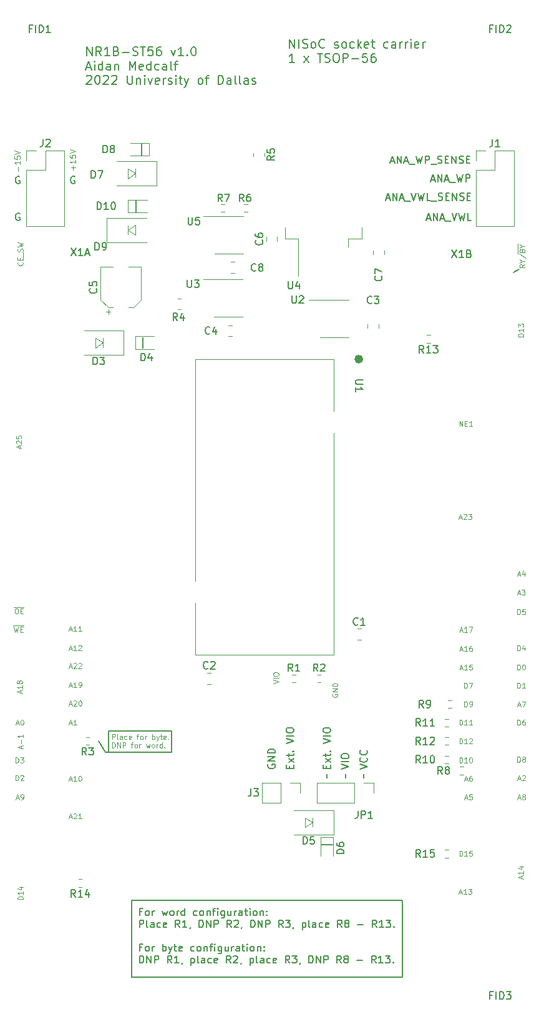
<source format=gbr>
%TF.GenerationSoftware,KiCad,Pcbnew,(6.0.7-1)-1*%
%TF.CreationDate,2022-08-23T13:11:44-05:00*%
%TF.ProjectId,NR1B-ST56,4e523142-2d53-4543-9536-2e6b69636164,rev?*%
%TF.SameCoordinates,Original*%
%TF.FileFunction,Legend,Top*%
%TF.FilePolarity,Positive*%
%FSLAX46Y46*%
G04 Gerber Fmt 4.6, Leading zero omitted, Abs format (unit mm)*
G04 Created by KiCad (PCBNEW (6.0.7-1)-1) date 2022-08-23 13:11:44*
%MOMM*%
%LPD*%
G01*
G04 APERTURE LIST*
%ADD10C,0.150000*%
%ADD11C,0.100000*%
%ADD12C,0.200000*%
%ADD13C,0.120000*%
%ADD14C,0.598516*%
G04 APERTURE END LIST*
D10*
X234050000Y-113050000D02*
X233250000Y-113500000D01*
D11*
X181950000Y-107025000D02*
X180950000Y-107725000D01*
X176550000Y-122350000D02*
X176550000Y-123700000D01*
D10*
X213000000Y-182000000D02*
X213000000Y-181500000D01*
D11*
X181000000Y-100750000D02*
X182000000Y-100050000D01*
D10*
X177000000Y-177000000D02*
X177950000Y-178500000D01*
D11*
X176550000Y-123700000D02*
X177550000Y-123000000D01*
X177550000Y-123000000D02*
X177550000Y-123600000D01*
D10*
X182850000Y-96050000D02*
X182850000Y-97550000D01*
X218250000Y-209000000D02*
X181500000Y-209000000D01*
D11*
X182000000Y-100050000D02*
X182000000Y-100650000D01*
D10*
X181500000Y-198600000D02*
X218250000Y-198600000D01*
D11*
X206050000Y-188000000D02*
X206050000Y-187400000D01*
D10*
X183000000Y-122250000D02*
X183000000Y-123750000D01*
D11*
X206050000Y-188000000D02*
X206050000Y-188600000D01*
D10*
X207250000Y-191000000D02*
X208750000Y-191000000D01*
X178300000Y-178500000D02*
X178300000Y-175600000D01*
X210500000Y-181500000D02*
X210500000Y-182000000D01*
D11*
X205050000Y-187350000D02*
X205050000Y-188700000D01*
X181950000Y-108375000D02*
X181950000Y-107025000D01*
X177550000Y-123000000D02*
X176550000Y-122350000D01*
D10*
X182100000Y-103750000D02*
X182100000Y-105250000D01*
D11*
X182000000Y-100050000D02*
X181000000Y-99400000D01*
X182000000Y-100050000D02*
X182000000Y-99450000D01*
D10*
X181500000Y-209000000D02*
X181500000Y-198600000D01*
X178300000Y-175600000D02*
X186900000Y-175600000D01*
D11*
X181000000Y-99400000D02*
X181000000Y-100750000D01*
D10*
X186900000Y-178500000D02*
X178300000Y-178500000D01*
D11*
X205050000Y-188700000D02*
X206050000Y-188000000D01*
X206050000Y-188000000D02*
X205050000Y-187350000D01*
D10*
X186900000Y-175600000D02*
X186900000Y-178500000D01*
X177950000Y-178500000D02*
X178300000Y-178500000D01*
D11*
X180950000Y-107725000D02*
X180950000Y-108325000D01*
D10*
X218250000Y-198600000D02*
X218250000Y-209000000D01*
D11*
X180950000Y-107725000D02*
X180950000Y-107125000D01*
X177550000Y-123000000D02*
X177550000Y-122400000D01*
D10*
X208000000Y-182000000D02*
X208000000Y-181500000D01*
D11*
X180950000Y-107725000D02*
X181950000Y-108375000D01*
X172998333Y-172016666D02*
X173331666Y-172016666D01*
X172931666Y-172216666D02*
X173165000Y-171516666D01*
X173398333Y-172216666D01*
X173598333Y-171583333D02*
X173631666Y-171550000D01*
X173698333Y-171516666D01*
X173865000Y-171516666D01*
X173931666Y-171550000D01*
X173965000Y-171583333D01*
X173998333Y-171650000D01*
X173998333Y-171716666D01*
X173965000Y-171816666D01*
X173565000Y-172216666D01*
X173998333Y-172216666D01*
X174431666Y-171516666D02*
X174498333Y-171516666D01*
X174565000Y-171550000D01*
X174598333Y-171583333D01*
X174631666Y-171650000D01*
X174665000Y-171783333D01*
X174665000Y-171950000D01*
X174631666Y-172083333D01*
X174598333Y-172150000D01*
X174565000Y-172183333D01*
X174498333Y-172216666D01*
X174431666Y-172216666D01*
X174365000Y-172183333D01*
X174331666Y-172150000D01*
X174298333Y-172083333D01*
X174265000Y-171950000D01*
X174265000Y-171783333D01*
X174298333Y-171650000D01*
X174331666Y-171583333D01*
X174365000Y-171550000D01*
X174431666Y-171516666D01*
X225968333Y-192566666D02*
X225968333Y-191866666D01*
X226135000Y-191866666D01*
X226235000Y-191900000D01*
X226301666Y-191966666D01*
X226335000Y-192033333D01*
X226368333Y-192166666D01*
X226368333Y-192266666D01*
X226335000Y-192400000D01*
X226301666Y-192466666D01*
X226235000Y-192533333D01*
X226135000Y-192566666D01*
X225968333Y-192566666D01*
X227035000Y-192566666D02*
X226635000Y-192566666D01*
X226835000Y-192566666D02*
X226835000Y-191866666D01*
X226768333Y-191966666D01*
X226701666Y-192033333D01*
X226635000Y-192066666D01*
X227668333Y-191866666D02*
X227335000Y-191866666D01*
X227301666Y-192200000D01*
X227335000Y-192166666D01*
X227401666Y-192133333D01*
X227568333Y-192133333D01*
X227635000Y-192166666D01*
X227668333Y-192200000D01*
X227701666Y-192266666D01*
X227701666Y-192433333D01*
X227668333Y-192500000D01*
X227635000Y-192533333D01*
X227568333Y-192566666D01*
X227401666Y-192566666D01*
X227335000Y-192533333D01*
X227301666Y-192500000D01*
X233831666Y-179816666D02*
X233831666Y-179116666D01*
X233998333Y-179116666D01*
X234098333Y-179150000D01*
X234165000Y-179216666D01*
X234198333Y-179283333D01*
X234231666Y-179416666D01*
X234231666Y-179516666D01*
X234198333Y-179650000D01*
X234165000Y-179716666D01*
X234098333Y-179783333D01*
X233998333Y-179816666D01*
X233831666Y-179816666D01*
X234631666Y-179416666D02*
X234565000Y-179383333D01*
X234531666Y-179350000D01*
X234498333Y-179283333D01*
X234498333Y-179250000D01*
X234531666Y-179183333D01*
X234565000Y-179150000D01*
X234631666Y-179116666D01*
X234765000Y-179116666D01*
X234831666Y-179150000D01*
X234865000Y-179183333D01*
X234898333Y-179250000D01*
X234898333Y-179283333D01*
X234865000Y-179350000D01*
X234831666Y-179383333D01*
X234765000Y-179416666D01*
X234631666Y-179416666D01*
X234565000Y-179450000D01*
X234531666Y-179483333D01*
X234498333Y-179550000D01*
X234498333Y-179683333D01*
X234531666Y-179750000D01*
X234565000Y-179783333D01*
X234631666Y-179816666D01*
X234765000Y-179816666D01*
X234831666Y-179783333D01*
X234865000Y-179750000D01*
X234898333Y-179683333D01*
X234898333Y-179550000D01*
X234865000Y-179483333D01*
X234831666Y-179450000D01*
X234765000Y-179416666D01*
X208750000Y-170633333D02*
X208716666Y-170700000D01*
X208716666Y-170800000D01*
X208750000Y-170900000D01*
X208816666Y-170966666D01*
X208883333Y-171000000D01*
X209016666Y-171033333D01*
X209116666Y-171033333D01*
X209250000Y-171000000D01*
X209316666Y-170966666D01*
X209383333Y-170900000D01*
X209416666Y-170800000D01*
X209416666Y-170733333D01*
X209383333Y-170633333D01*
X209350000Y-170600000D01*
X209116666Y-170600000D01*
X209116666Y-170733333D01*
X209416666Y-170300000D02*
X208716666Y-170300000D01*
X209416666Y-169900000D01*
X208716666Y-169900000D01*
X209416666Y-169566666D02*
X208716666Y-169566666D01*
X208716666Y-169400000D01*
X208750000Y-169300000D01*
X208816666Y-169233333D01*
X208883333Y-169200000D01*
X209016666Y-169166666D01*
X209116666Y-169166666D01*
X209250000Y-169200000D01*
X209316666Y-169233333D01*
X209383333Y-169300000D01*
X209416666Y-169400000D01*
X209416666Y-169566666D01*
X225968333Y-179916666D02*
X225968333Y-179216666D01*
X226135000Y-179216666D01*
X226235000Y-179250000D01*
X226301666Y-179316666D01*
X226335000Y-179383333D01*
X226368333Y-179516666D01*
X226368333Y-179616666D01*
X226335000Y-179750000D01*
X226301666Y-179816666D01*
X226235000Y-179883333D01*
X226135000Y-179916666D01*
X225968333Y-179916666D01*
X227035000Y-179916666D02*
X226635000Y-179916666D01*
X226835000Y-179916666D02*
X226835000Y-179216666D01*
X226768333Y-179316666D01*
X226701666Y-179383333D01*
X226635000Y-179416666D01*
X227468333Y-179216666D02*
X227535000Y-179216666D01*
X227601666Y-179250000D01*
X227635000Y-179283333D01*
X227668333Y-179350000D01*
X227701666Y-179483333D01*
X227701666Y-179650000D01*
X227668333Y-179783333D01*
X227635000Y-179850000D01*
X227601666Y-179883333D01*
X227535000Y-179916666D01*
X227468333Y-179916666D01*
X227401666Y-179883333D01*
X227368333Y-179850000D01*
X227335000Y-179783333D01*
X227301666Y-179650000D01*
X227301666Y-179483333D01*
X227335000Y-179350000D01*
X227368333Y-179283333D01*
X227401666Y-179250000D01*
X227468333Y-179216666D01*
X225968333Y-177316666D02*
X225968333Y-176616666D01*
X226135000Y-176616666D01*
X226235000Y-176650000D01*
X226301666Y-176716666D01*
X226335000Y-176783333D01*
X226368333Y-176916666D01*
X226368333Y-177016666D01*
X226335000Y-177150000D01*
X226301666Y-177216666D01*
X226235000Y-177283333D01*
X226135000Y-177316666D01*
X225968333Y-177316666D01*
X227035000Y-177316666D02*
X226635000Y-177316666D01*
X226835000Y-177316666D02*
X226835000Y-176616666D01*
X226768333Y-176716666D01*
X226701666Y-176783333D01*
X226635000Y-176816666D01*
X227301666Y-176683333D02*
X227335000Y-176650000D01*
X227401666Y-176616666D01*
X227568333Y-176616666D01*
X227635000Y-176650000D01*
X227668333Y-176683333D01*
X227701666Y-176750000D01*
X227701666Y-176816666D01*
X227668333Y-176916666D01*
X227268333Y-177316666D01*
X227701666Y-177316666D01*
X234666666Y-122168333D02*
X233966666Y-122168333D01*
X233966666Y-122001666D01*
X234000000Y-121901666D01*
X234066666Y-121835000D01*
X234133333Y-121801666D01*
X234266666Y-121768333D01*
X234366666Y-121768333D01*
X234500000Y-121801666D01*
X234566666Y-121835000D01*
X234633333Y-121901666D01*
X234666666Y-122001666D01*
X234666666Y-122168333D01*
X234666666Y-121101666D02*
X234666666Y-121501666D01*
X234666666Y-121301666D02*
X233966666Y-121301666D01*
X234066666Y-121368333D01*
X234133333Y-121435000D01*
X234166666Y-121501666D01*
X233966666Y-120868333D02*
X233966666Y-120435000D01*
X234233333Y-120668333D01*
X234233333Y-120568333D01*
X234266666Y-120501666D01*
X234300000Y-120468333D01*
X234366666Y-120435000D01*
X234533333Y-120435000D01*
X234600000Y-120468333D01*
X234633333Y-120501666D01*
X234666666Y-120568333D01*
X234666666Y-120768333D01*
X234633333Y-120835000D01*
X234600000Y-120868333D01*
X165401666Y-161319000D02*
X166201666Y-161319000D01*
X165501666Y-161516666D02*
X165668333Y-162216666D01*
X165801666Y-161716666D01*
X165935000Y-162216666D01*
X166101666Y-161516666D01*
X166201666Y-161319000D02*
X166835000Y-161319000D01*
X166368333Y-161850000D02*
X166601666Y-161850000D01*
X166701666Y-162216666D02*
X166368333Y-162216666D01*
X166368333Y-161516666D01*
X166701666Y-161516666D01*
X200716666Y-169166666D02*
X201416666Y-168933333D01*
X200716666Y-168700000D01*
X201416666Y-168466666D02*
X200716666Y-168466666D01*
X200716666Y-168000000D02*
X200716666Y-167866666D01*
X200750000Y-167800000D01*
X200816666Y-167733333D01*
X200950000Y-167700000D01*
X201183333Y-167700000D01*
X201316666Y-167733333D01*
X201383333Y-167800000D01*
X201416666Y-167866666D01*
X201416666Y-168000000D01*
X201383333Y-168066666D01*
X201316666Y-168133333D01*
X201183333Y-168166666D01*
X200950000Y-168166666D01*
X200816666Y-168133333D01*
X200750000Y-168066666D01*
X200716666Y-168000000D01*
X225935000Y-197516666D02*
X226268333Y-197516666D01*
X225868333Y-197716666D02*
X226101666Y-197016666D01*
X226335000Y-197716666D01*
X226935000Y-197716666D02*
X226535000Y-197716666D01*
X226735000Y-197716666D02*
X226735000Y-197016666D01*
X226668333Y-197116666D01*
X226601666Y-197183333D01*
X226535000Y-197216666D01*
X227168333Y-197016666D02*
X227601666Y-197016666D01*
X227368333Y-197283333D01*
X227468333Y-197283333D01*
X227535000Y-197316666D01*
X227568333Y-197350000D01*
X227601666Y-197416666D01*
X227601666Y-197583333D01*
X227568333Y-197650000D01*
X227535000Y-197683333D01*
X227468333Y-197716666D01*
X227268333Y-197716666D01*
X227201666Y-197683333D01*
X227168333Y-197650000D01*
X165468333Y-158819000D02*
X166201666Y-158819000D01*
X165768333Y-159016666D02*
X165901666Y-159016666D01*
X165968333Y-159050000D01*
X166035000Y-159116666D01*
X166068333Y-159250000D01*
X166068333Y-159483333D01*
X166035000Y-159616666D01*
X165968333Y-159683333D01*
X165901666Y-159716666D01*
X165768333Y-159716666D01*
X165701666Y-159683333D01*
X165635000Y-159616666D01*
X165601666Y-159483333D01*
X165601666Y-159250000D01*
X165635000Y-159116666D01*
X165701666Y-159050000D01*
X165768333Y-159016666D01*
X166201666Y-158819000D02*
X166835000Y-158819000D01*
X166368333Y-159350000D02*
X166601666Y-159350000D01*
X166701666Y-159716666D02*
X166368333Y-159716666D01*
X166368333Y-159016666D01*
X166701666Y-159016666D01*
X173553571Y-99571428D02*
X173553571Y-99000000D01*
X173839285Y-99285714D02*
X173267857Y-99285714D01*
X173839285Y-98250000D02*
X173839285Y-98678571D01*
X173839285Y-98464285D02*
X173089285Y-98464285D01*
X173196428Y-98535714D01*
X173267857Y-98607142D01*
X173303571Y-98678571D01*
X173089285Y-97571428D02*
X173089285Y-97928571D01*
X173446428Y-97964285D01*
X173410714Y-97928571D01*
X173375000Y-97857142D01*
X173375000Y-97678571D01*
X173410714Y-97607142D01*
X173446428Y-97571428D01*
X173517857Y-97535714D01*
X173696428Y-97535714D01*
X173767857Y-97571428D01*
X173803571Y-97607142D01*
X173839285Y-97678571D01*
X173839285Y-97857142D01*
X173803571Y-97928571D01*
X173767857Y-97964285D01*
X173089285Y-97321428D02*
X173839285Y-97071428D01*
X173089285Y-96821428D01*
D10*
X207928571Y-180664404D02*
X207928571Y-180331071D01*
X208452380Y-180188214D02*
X208452380Y-180664404D01*
X207452380Y-180664404D01*
X207452380Y-180188214D01*
X208452380Y-179854880D02*
X207785714Y-179331071D01*
X207785714Y-179854880D02*
X208452380Y-179331071D01*
X207785714Y-179092976D02*
X207785714Y-178712023D01*
X207452380Y-178950119D02*
X208309523Y-178950119D01*
X208404761Y-178902500D01*
X208452380Y-178807261D01*
X208452380Y-178712023D01*
X208357142Y-178378690D02*
X208404761Y-178331071D01*
X208452380Y-178378690D01*
X208404761Y-178426309D01*
X208357142Y-178378690D01*
X208452380Y-178378690D01*
X207452380Y-177283452D02*
X208452380Y-176950119D01*
X207452380Y-176616785D01*
X208452380Y-176283452D02*
X207452380Y-176283452D01*
X207452380Y-175616785D02*
X207452380Y-175426309D01*
X207500000Y-175331071D01*
X207595238Y-175235833D01*
X207785714Y-175188214D01*
X208119047Y-175188214D01*
X208309523Y-175235833D01*
X208404761Y-175331071D01*
X208452380Y-175426309D01*
X208452380Y-175616785D01*
X208404761Y-175712023D01*
X208309523Y-175807261D01*
X208119047Y-175854880D01*
X207785714Y-175854880D01*
X207595238Y-175807261D01*
X207500000Y-175712023D01*
X207452380Y-175616785D01*
D11*
X172998333Y-161916666D02*
X173331666Y-161916666D01*
X172931666Y-162116666D02*
X173165000Y-161416666D01*
X173398333Y-162116666D01*
X173998333Y-162116666D02*
X173598333Y-162116666D01*
X173798333Y-162116666D02*
X173798333Y-161416666D01*
X173731666Y-161516666D01*
X173665000Y-161583333D01*
X173598333Y-161616666D01*
X174665000Y-162116666D02*
X174265000Y-162116666D01*
X174465000Y-162116666D02*
X174465000Y-161416666D01*
X174398333Y-161516666D01*
X174331666Y-161583333D01*
X174265000Y-161616666D01*
X165801666Y-174616666D02*
X166135000Y-174616666D01*
X165735000Y-174816666D02*
X165968333Y-174116666D01*
X166201666Y-174816666D01*
X166568333Y-174116666D02*
X166635000Y-174116666D01*
X166701666Y-174150000D01*
X166735000Y-174183333D01*
X166768333Y-174250000D01*
X166801666Y-174383333D01*
X166801666Y-174550000D01*
X166768333Y-174683333D01*
X166735000Y-174750000D01*
X166701666Y-174783333D01*
X166635000Y-174816666D01*
X166568333Y-174816666D01*
X166501666Y-174783333D01*
X166468333Y-174750000D01*
X166435000Y-174683333D01*
X166401666Y-174550000D01*
X166401666Y-174383333D01*
X166435000Y-174250000D01*
X166468333Y-174183333D01*
X166501666Y-174150000D01*
X166568333Y-174116666D01*
D12*
X175415714Y-84110857D02*
X175415714Y-82910857D01*
X176101428Y-84110857D01*
X176101428Y-82910857D01*
X177358571Y-84110857D02*
X176958571Y-83539428D01*
X176672857Y-84110857D02*
X176672857Y-82910857D01*
X177130000Y-82910857D01*
X177244285Y-82968000D01*
X177301428Y-83025142D01*
X177358571Y-83139428D01*
X177358571Y-83310857D01*
X177301428Y-83425142D01*
X177244285Y-83482285D01*
X177130000Y-83539428D01*
X176672857Y-83539428D01*
X178501428Y-84110857D02*
X177815714Y-84110857D01*
X178158571Y-84110857D02*
X178158571Y-82910857D01*
X178044285Y-83082285D01*
X177930000Y-83196571D01*
X177815714Y-83253714D01*
X179415714Y-83482285D02*
X179587142Y-83539428D01*
X179644285Y-83596571D01*
X179701428Y-83710857D01*
X179701428Y-83882285D01*
X179644285Y-83996571D01*
X179587142Y-84053714D01*
X179472857Y-84110857D01*
X179015714Y-84110857D01*
X179015714Y-82910857D01*
X179415714Y-82910857D01*
X179530000Y-82968000D01*
X179587142Y-83025142D01*
X179644285Y-83139428D01*
X179644285Y-83253714D01*
X179587142Y-83368000D01*
X179530000Y-83425142D01*
X179415714Y-83482285D01*
X179015714Y-83482285D01*
X180215714Y-83653714D02*
X181130000Y-83653714D01*
X181644285Y-84053714D02*
X181815714Y-84110857D01*
X182101428Y-84110857D01*
X182215714Y-84053714D01*
X182272857Y-83996571D01*
X182330000Y-83882285D01*
X182330000Y-83768000D01*
X182272857Y-83653714D01*
X182215714Y-83596571D01*
X182101428Y-83539428D01*
X181872857Y-83482285D01*
X181758571Y-83425142D01*
X181701428Y-83368000D01*
X181644285Y-83253714D01*
X181644285Y-83139428D01*
X181701428Y-83025142D01*
X181758571Y-82968000D01*
X181872857Y-82910857D01*
X182158571Y-82910857D01*
X182330000Y-82968000D01*
X182672857Y-82910857D02*
X183358571Y-82910857D01*
X183015714Y-84110857D02*
X183015714Y-82910857D01*
X184330000Y-82910857D02*
X183758571Y-82910857D01*
X183701428Y-83482285D01*
X183758571Y-83425142D01*
X183872857Y-83368000D01*
X184158571Y-83368000D01*
X184272857Y-83425142D01*
X184330000Y-83482285D01*
X184387142Y-83596571D01*
X184387142Y-83882285D01*
X184330000Y-83996571D01*
X184272857Y-84053714D01*
X184158571Y-84110857D01*
X183872857Y-84110857D01*
X183758571Y-84053714D01*
X183701428Y-83996571D01*
X185415714Y-82910857D02*
X185187142Y-82910857D01*
X185072857Y-82968000D01*
X185015714Y-83025142D01*
X184901428Y-83196571D01*
X184844285Y-83425142D01*
X184844285Y-83882285D01*
X184901428Y-83996571D01*
X184958571Y-84053714D01*
X185072857Y-84110857D01*
X185301428Y-84110857D01*
X185415714Y-84053714D01*
X185472857Y-83996571D01*
X185530000Y-83882285D01*
X185530000Y-83596571D01*
X185472857Y-83482285D01*
X185415714Y-83425142D01*
X185301428Y-83368000D01*
X185072857Y-83368000D01*
X184958571Y-83425142D01*
X184901428Y-83482285D01*
X184844285Y-83596571D01*
X186844285Y-83310857D02*
X187130000Y-84110857D01*
X187415714Y-83310857D01*
X188501428Y-84110857D02*
X187815714Y-84110857D01*
X188158571Y-84110857D02*
X188158571Y-82910857D01*
X188044285Y-83082285D01*
X187930000Y-83196571D01*
X187815714Y-83253714D01*
X189015714Y-83996571D02*
X189072857Y-84053714D01*
X189015714Y-84110857D01*
X188958571Y-84053714D01*
X189015714Y-83996571D01*
X189015714Y-84110857D01*
X189815714Y-82910857D02*
X189930000Y-82910857D01*
X190044285Y-82968000D01*
X190101428Y-83025142D01*
X190158571Y-83139428D01*
X190215714Y-83368000D01*
X190215714Y-83653714D01*
X190158571Y-83882285D01*
X190101428Y-83996571D01*
X190044285Y-84053714D01*
X189930000Y-84110857D01*
X189815714Y-84110857D01*
X189701428Y-84053714D01*
X189644285Y-83996571D01*
X189587142Y-83882285D01*
X189530000Y-83653714D01*
X189530000Y-83368000D01*
X189587142Y-83139428D01*
X189644285Y-83025142D01*
X189701428Y-82968000D01*
X189815714Y-82910857D01*
X175358571Y-85700000D02*
X175930000Y-85700000D01*
X175244285Y-86042857D02*
X175644285Y-84842857D01*
X176044285Y-86042857D01*
X176444285Y-86042857D02*
X176444285Y-85242857D01*
X176444285Y-84842857D02*
X176387142Y-84900000D01*
X176444285Y-84957142D01*
X176501428Y-84900000D01*
X176444285Y-84842857D01*
X176444285Y-84957142D01*
X177530000Y-86042857D02*
X177530000Y-84842857D01*
X177530000Y-85985714D02*
X177415714Y-86042857D01*
X177187142Y-86042857D01*
X177072857Y-85985714D01*
X177015714Y-85928571D01*
X176958571Y-85814285D01*
X176958571Y-85471428D01*
X177015714Y-85357142D01*
X177072857Y-85300000D01*
X177187142Y-85242857D01*
X177415714Y-85242857D01*
X177530000Y-85300000D01*
X178615714Y-86042857D02*
X178615714Y-85414285D01*
X178558571Y-85300000D01*
X178444285Y-85242857D01*
X178215714Y-85242857D01*
X178101428Y-85300000D01*
X178615714Y-85985714D02*
X178501428Y-86042857D01*
X178215714Y-86042857D01*
X178101428Y-85985714D01*
X178044285Y-85871428D01*
X178044285Y-85757142D01*
X178101428Y-85642857D01*
X178215714Y-85585714D01*
X178501428Y-85585714D01*
X178615714Y-85528571D01*
X179187142Y-85242857D02*
X179187142Y-86042857D01*
X179187142Y-85357142D02*
X179244285Y-85300000D01*
X179358571Y-85242857D01*
X179530000Y-85242857D01*
X179644285Y-85300000D01*
X179701428Y-85414285D01*
X179701428Y-86042857D01*
X181187142Y-86042857D02*
X181187142Y-84842857D01*
X181587142Y-85700000D01*
X181987142Y-84842857D01*
X181987142Y-86042857D01*
X183015714Y-85985714D02*
X182901428Y-86042857D01*
X182672857Y-86042857D01*
X182558571Y-85985714D01*
X182501428Y-85871428D01*
X182501428Y-85414285D01*
X182558571Y-85300000D01*
X182672857Y-85242857D01*
X182901428Y-85242857D01*
X183015714Y-85300000D01*
X183072857Y-85414285D01*
X183072857Y-85528571D01*
X182501428Y-85642857D01*
X184101428Y-86042857D02*
X184101428Y-84842857D01*
X184101428Y-85985714D02*
X183987142Y-86042857D01*
X183758571Y-86042857D01*
X183644285Y-85985714D01*
X183587142Y-85928571D01*
X183530000Y-85814285D01*
X183530000Y-85471428D01*
X183587142Y-85357142D01*
X183644285Y-85300000D01*
X183758571Y-85242857D01*
X183987142Y-85242857D01*
X184101428Y-85300000D01*
X185187142Y-85985714D02*
X185072857Y-86042857D01*
X184844285Y-86042857D01*
X184730000Y-85985714D01*
X184672857Y-85928571D01*
X184615714Y-85814285D01*
X184615714Y-85471428D01*
X184672857Y-85357142D01*
X184730000Y-85300000D01*
X184844285Y-85242857D01*
X185072857Y-85242857D01*
X185187142Y-85300000D01*
X186215714Y-86042857D02*
X186215714Y-85414285D01*
X186158571Y-85300000D01*
X186044285Y-85242857D01*
X185815714Y-85242857D01*
X185701428Y-85300000D01*
X186215714Y-85985714D02*
X186101428Y-86042857D01*
X185815714Y-86042857D01*
X185701428Y-85985714D01*
X185644285Y-85871428D01*
X185644285Y-85757142D01*
X185701428Y-85642857D01*
X185815714Y-85585714D01*
X186101428Y-85585714D01*
X186215714Y-85528571D01*
X186958571Y-86042857D02*
X186844285Y-85985714D01*
X186787142Y-85871428D01*
X186787142Y-84842857D01*
X187244285Y-85242857D02*
X187701428Y-85242857D01*
X187415714Y-86042857D02*
X187415714Y-85014285D01*
X187472857Y-84900000D01*
X187587142Y-84842857D01*
X187701428Y-84842857D01*
X175358571Y-86889142D02*
X175415714Y-86832000D01*
X175530000Y-86774857D01*
X175815714Y-86774857D01*
X175930000Y-86832000D01*
X175987142Y-86889142D01*
X176044285Y-87003428D01*
X176044285Y-87117714D01*
X175987142Y-87289142D01*
X175301428Y-87974857D01*
X176044285Y-87974857D01*
X176787142Y-86774857D02*
X176901428Y-86774857D01*
X177015714Y-86832000D01*
X177072857Y-86889142D01*
X177130000Y-87003428D01*
X177187142Y-87232000D01*
X177187142Y-87517714D01*
X177130000Y-87746285D01*
X177072857Y-87860571D01*
X177015714Y-87917714D01*
X176901428Y-87974857D01*
X176787142Y-87974857D01*
X176672857Y-87917714D01*
X176615714Y-87860571D01*
X176558571Y-87746285D01*
X176501428Y-87517714D01*
X176501428Y-87232000D01*
X176558571Y-87003428D01*
X176615714Y-86889142D01*
X176672857Y-86832000D01*
X176787142Y-86774857D01*
X177644285Y-86889142D02*
X177701428Y-86832000D01*
X177815714Y-86774857D01*
X178101428Y-86774857D01*
X178215714Y-86832000D01*
X178272857Y-86889142D01*
X178330000Y-87003428D01*
X178330000Y-87117714D01*
X178272857Y-87289142D01*
X177587142Y-87974857D01*
X178330000Y-87974857D01*
X178787142Y-86889142D02*
X178844285Y-86832000D01*
X178958571Y-86774857D01*
X179244285Y-86774857D01*
X179358571Y-86832000D01*
X179415714Y-86889142D01*
X179472857Y-87003428D01*
X179472857Y-87117714D01*
X179415714Y-87289142D01*
X178730000Y-87974857D01*
X179472857Y-87974857D01*
X180901428Y-86774857D02*
X180901428Y-87746285D01*
X180958571Y-87860571D01*
X181015714Y-87917714D01*
X181130000Y-87974857D01*
X181358571Y-87974857D01*
X181472857Y-87917714D01*
X181530000Y-87860571D01*
X181587142Y-87746285D01*
X181587142Y-86774857D01*
X182158571Y-87174857D02*
X182158571Y-87974857D01*
X182158571Y-87289142D02*
X182215714Y-87232000D01*
X182330000Y-87174857D01*
X182501428Y-87174857D01*
X182615714Y-87232000D01*
X182672857Y-87346285D01*
X182672857Y-87974857D01*
X183244285Y-87974857D02*
X183244285Y-87174857D01*
X183244285Y-86774857D02*
X183187142Y-86832000D01*
X183244285Y-86889142D01*
X183301428Y-86832000D01*
X183244285Y-86774857D01*
X183244285Y-86889142D01*
X183701428Y-87174857D02*
X183987142Y-87974857D01*
X184272857Y-87174857D01*
X185187142Y-87917714D02*
X185072857Y-87974857D01*
X184844285Y-87974857D01*
X184730000Y-87917714D01*
X184672857Y-87803428D01*
X184672857Y-87346285D01*
X184730000Y-87232000D01*
X184844285Y-87174857D01*
X185072857Y-87174857D01*
X185187142Y-87232000D01*
X185244285Y-87346285D01*
X185244285Y-87460571D01*
X184672857Y-87574857D01*
X185758571Y-87974857D02*
X185758571Y-87174857D01*
X185758571Y-87403428D02*
X185815714Y-87289142D01*
X185872857Y-87232000D01*
X185987142Y-87174857D01*
X186101428Y-87174857D01*
X186444285Y-87917714D02*
X186558571Y-87974857D01*
X186787142Y-87974857D01*
X186901428Y-87917714D01*
X186958571Y-87803428D01*
X186958571Y-87746285D01*
X186901428Y-87632000D01*
X186787142Y-87574857D01*
X186615714Y-87574857D01*
X186501428Y-87517714D01*
X186444285Y-87403428D01*
X186444285Y-87346285D01*
X186501428Y-87232000D01*
X186615714Y-87174857D01*
X186787142Y-87174857D01*
X186901428Y-87232000D01*
X187472857Y-87974857D02*
X187472857Y-87174857D01*
X187472857Y-86774857D02*
X187415714Y-86832000D01*
X187472857Y-86889142D01*
X187530000Y-86832000D01*
X187472857Y-86774857D01*
X187472857Y-86889142D01*
X187872857Y-87174857D02*
X188330000Y-87174857D01*
X188044285Y-86774857D02*
X188044285Y-87803428D01*
X188101428Y-87917714D01*
X188215714Y-87974857D01*
X188330000Y-87974857D01*
X188615714Y-87174857D02*
X188901428Y-87974857D01*
X189187142Y-87174857D02*
X188901428Y-87974857D01*
X188787142Y-88260571D01*
X188730000Y-88317714D01*
X188615714Y-88374857D01*
X190730000Y-87974857D02*
X190615714Y-87917714D01*
X190558571Y-87860571D01*
X190501428Y-87746285D01*
X190501428Y-87403428D01*
X190558571Y-87289142D01*
X190615714Y-87232000D01*
X190730000Y-87174857D01*
X190901428Y-87174857D01*
X191015714Y-87232000D01*
X191072857Y-87289142D01*
X191130000Y-87403428D01*
X191130000Y-87746285D01*
X191072857Y-87860571D01*
X191015714Y-87917714D01*
X190901428Y-87974857D01*
X190730000Y-87974857D01*
X191472857Y-87174857D02*
X191930000Y-87174857D01*
X191644285Y-87974857D02*
X191644285Y-86946285D01*
X191701428Y-86832000D01*
X191815714Y-86774857D01*
X191930000Y-86774857D01*
X193244285Y-87974857D02*
X193244285Y-86774857D01*
X193530000Y-86774857D01*
X193701428Y-86832000D01*
X193815714Y-86946285D01*
X193872857Y-87060571D01*
X193930000Y-87289142D01*
X193930000Y-87460571D01*
X193872857Y-87689142D01*
X193815714Y-87803428D01*
X193701428Y-87917714D01*
X193530000Y-87974857D01*
X193244285Y-87974857D01*
X194958571Y-87974857D02*
X194958571Y-87346285D01*
X194901428Y-87232000D01*
X194787142Y-87174857D01*
X194558571Y-87174857D01*
X194444285Y-87232000D01*
X194958571Y-87917714D02*
X194844285Y-87974857D01*
X194558571Y-87974857D01*
X194444285Y-87917714D01*
X194387142Y-87803428D01*
X194387142Y-87689142D01*
X194444285Y-87574857D01*
X194558571Y-87517714D01*
X194844285Y-87517714D01*
X194958571Y-87460571D01*
X195701428Y-87974857D02*
X195587142Y-87917714D01*
X195530000Y-87803428D01*
X195530000Y-86774857D01*
X196330000Y-87974857D02*
X196215714Y-87917714D01*
X196158571Y-87803428D01*
X196158571Y-86774857D01*
X197301428Y-87974857D02*
X197301428Y-87346285D01*
X197244285Y-87232000D01*
X197130000Y-87174857D01*
X196901428Y-87174857D01*
X196787142Y-87232000D01*
X197301428Y-87917714D02*
X197187142Y-87974857D01*
X196901428Y-87974857D01*
X196787142Y-87917714D01*
X196730000Y-87803428D01*
X196730000Y-87689142D01*
X196787142Y-87574857D01*
X196901428Y-87517714D01*
X197187142Y-87517714D01*
X197301428Y-87460571D01*
X197815714Y-87917714D02*
X197930000Y-87974857D01*
X198158571Y-87974857D01*
X198272857Y-87917714D01*
X198330000Y-87803428D01*
X198330000Y-87746285D01*
X198272857Y-87632000D01*
X198158571Y-87574857D01*
X197987142Y-87574857D01*
X197872857Y-87517714D01*
X197815714Y-87403428D01*
X197815714Y-87346285D01*
X197872857Y-87232000D01*
X197987142Y-87174857D01*
X198158571Y-87174857D01*
X198272857Y-87232000D01*
D11*
X226701666Y-182216666D02*
X227035000Y-182216666D01*
X226635000Y-182416666D02*
X226868333Y-181716666D01*
X227101666Y-182416666D01*
X227635000Y-181716666D02*
X227501666Y-181716666D01*
X227435000Y-181750000D01*
X227401666Y-181783333D01*
X227335000Y-181883333D01*
X227301666Y-182016666D01*
X227301666Y-182283333D01*
X227335000Y-182350000D01*
X227368333Y-182383333D01*
X227435000Y-182416666D01*
X227568333Y-182416666D01*
X227635000Y-182383333D01*
X227668333Y-182350000D01*
X227701666Y-182283333D01*
X227701666Y-182116666D01*
X227668333Y-182050000D01*
X227635000Y-182016666D01*
X227568333Y-181983333D01*
X227435000Y-181983333D01*
X227368333Y-182016666D01*
X227335000Y-182050000D01*
X227301666Y-182116666D01*
D10*
X182868928Y-200108571D02*
X182535595Y-200108571D01*
X182535595Y-200632380D02*
X182535595Y-199632380D01*
X183011785Y-199632380D01*
X183535595Y-200632380D02*
X183440357Y-200584761D01*
X183392738Y-200537142D01*
X183345119Y-200441904D01*
X183345119Y-200156190D01*
X183392738Y-200060952D01*
X183440357Y-200013333D01*
X183535595Y-199965714D01*
X183678452Y-199965714D01*
X183773690Y-200013333D01*
X183821309Y-200060952D01*
X183868928Y-200156190D01*
X183868928Y-200441904D01*
X183821309Y-200537142D01*
X183773690Y-200584761D01*
X183678452Y-200632380D01*
X183535595Y-200632380D01*
X184297500Y-200632380D02*
X184297500Y-199965714D01*
X184297500Y-200156190D02*
X184345119Y-200060952D01*
X184392738Y-200013333D01*
X184487976Y-199965714D01*
X184583214Y-199965714D01*
X185583214Y-199965714D02*
X185773690Y-200632380D01*
X185964166Y-200156190D01*
X186154642Y-200632380D01*
X186345119Y-199965714D01*
X186868928Y-200632380D02*
X186773690Y-200584761D01*
X186726071Y-200537142D01*
X186678452Y-200441904D01*
X186678452Y-200156190D01*
X186726071Y-200060952D01*
X186773690Y-200013333D01*
X186868928Y-199965714D01*
X187011785Y-199965714D01*
X187107023Y-200013333D01*
X187154642Y-200060952D01*
X187202261Y-200156190D01*
X187202261Y-200441904D01*
X187154642Y-200537142D01*
X187107023Y-200584761D01*
X187011785Y-200632380D01*
X186868928Y-200632380D01*
X187630833Y-200632380D02*
X187630833Y-199965714D01*
X187630833Y-200156190D02*
X187678452Y-200060952D01*
X187726071Y-200013333D01*
X187821309Y-199965714D01*
X187916547Y-199965714D01*
X188678452Y-200632380D02*
X188678452Y-199632380D01*
X188678452Y-200584761D02*
X188583214Y-200632380D01*
X188392738Y-200632380D01*
X188297500Y-200584761D01*
X188249880Y-200537142D01*
X188202261Y-200441904D01*
X188202261Y-200156190D01*
X188249880Y-200060952D01*
X188297500Y-200013333D01*
X188392738Y-199965714D01*
X188583214Y-199965714D01*
X188678452Y-200013333D01*
X190345119Y-200584761D02*
X190249880Y-200632380D01*
X190059404Y-200632380D01*
X189964166Y-200584761D01*
X189916547Y-200537142D01*
X189868928Y-200441904D01*
X189868928Y-200156190D01*
X189916547Y-200060952D01*
X189964166Y-200013333D01*
X190059404Y-199965714D01*
X190249880Y-199965714D01*
X190345119Y-200013333D01*
X190916547Y-200632380D02*
X190821309Y-200584761D01*
X190773690Y-200537142D01*
X190726071Y-200441904D01*
X190726071Y-200156190D01*
X190773690Y-200060952D01*
X190821309Y-200013333D01*
X190916547Y-199965714D01*
X191059404Y-199965714D01*
X191154642Y-200013333D01*
X191202261Y-200060952D01*
X191249880Y-200156190D01*
X191249880Y-200441904D01*
X191202261Y-200537142D01*
X191154642Y-200584761D01*
X191059404Y-200632380D01*
X190916547Y-200632380D01*
X191678452Y-199965714D02*
X191678452Y-200632380D01*
X191678452Y-200060952D02*
X191726071Y-200013333D01*
X191821309Y-199965714D01*
X191964166Y-199965714D01*
X192059404Y-200013333D01*
X192107023Y-200108571D01*
X192107023Y-200632380D01*
X192440357Y-199965714D02*
X192821309Y-199965714D01*
X192583214Y-200632380D02*
X192583214Y-199775238D01*
X192630833Y-199680000D01*
X192726071Y-199632380D01*
X192821309Y-199632380D01*
X193154642Y-200632380D02*
X193154642Y-199965714D01*
X193154642Y-199632380D02*
X193107023Y-199680000D01*
X193154642Y-199727619D01*
X193202261Y-199680000D01*
X193154642Y-199632380D01*
X193154642Y-199727619D01*
X194059404Y-199965714D02*
X194059404Y-200775238D01*
X194011785Y-200870476D01*
X193964166Y-200918095D01*
X193868928Y-200965714D01*
X193726071Y-200965714D01*
X193630833Y-200918095D01*
X194059404Y-200584761D02*
X193964166Y-200632380D01*
X193773690Y-200632380D01*
X193678452Y-200584761D01*
X193630833Y-200537142D01*
X193583214Y-200441904D01*
X193583214Y-200156190D01*
X193630833Y-200060952D01*
X193678452Y-200013333D01*
X193773690Y-199965714D01*
X193964166Y-199965714D01*
X194059404Y-200013333D01*
X194964166Y-199965714D02*
X194964166Y-200632380D01*
X194535595Y-199965714D02*
X194535595Y-200489523D01*
X194583214Y-200584761D01*
X194678452Y-200632380D01*
X194821309Y-200632380D01*
X194916547Y-200584761D01*
X194964166Y-200537142D01*
X195440357Y-200632380D02*
X195440357Y-199965714D01*
X195440357Y-200156190D02*
X195487976Y-200060952D01*
X195535595Y-200013333D01*
X195630833Y-199965714D01*
X195726071Y-199965714D01*
X196487976Y-200632380D02*
X196487976Y-200108571D01*
X196440357Y-200013333D01*
X196345119Y-199965714D01*
X196154642Y-199965714D01*
X196059404Y-200013333D01*
X196487976Y-200584761D02*
X196392738Y-200632380D01*
X196154642Y-200632380D01*
X196059404Y-200584761D01*
X196011785Y-200489523D01*
X196011785Y-200394285D01*
X196059404Y-200299047D01*
X196154642Y-200251428D01*
X196392738Y-200251428D01*
X196487976Y-200203809D01*
X196821309Y-199965714D02*
X197202261Y-199965714D01*
X196964166Y-199632380D02*
X196964166Y-200489523D01*
X197011785Y-200584761D01*
X197107023Y-200632380D01*
X197202261Y-200632380D01*
X197535595Y-200632380D02*
X197535595Y-199965714D01*
X197535595Y-199632380D02*
X197487976Y-199680000D01*
X197535595Y-199727619D01*
X197583214Y-199680000D01*
X197535595Y-199632380D01*
X197535595Y-199727619D01*
X198154642Y-200632380D02*
X198059404Y-200584761D01*
X198011785Y-200537142D01*
X197964166Y-200441904D01*
X197964166Y-200156190D01*
X198011785Y-200060952D01*
X198059404Y-200013333D01*
X198154642Y-199965714D01*
X198297500Y-199965714D01*
X198392738Y-200013333D01*
X198440357Y-200060952D01*
X198487976Y-200156190D01*
X198487976Y-200441904D01*
X198440357Y-200537142D01*
X198392738Y-200584761D01*
X198297500Y-200632380D01*
X198154642Y-200632380D01*
X198916547Y-199965714D02*
X198916547Y-200632380D01*
X198916547Y-200060952D02*
X198964166Y-200013333D01*
X199059404Y-199965714D01*
X199202261Y-199965714D01*
X199297500Y-200013333D01*
X199345119Y-200108571D01*
X199345119Y-200632380D01*
X199821309Y-200537142D02*
X199868928Y-200584761D01*
X199821309Y-200632380D01*
X199773690Y-200584761D01*
X199821309Y-200537142D01*
X199821309Y-200632380D01*
X199821309Y-200013333D02*
X199868928Y-200060952D01*
X199821309Y-200108571D01*
X199773690Y-200060952D01*
X199821309Y-200013333D01*
X199821309Y-200108571D01*
X182535595Y-202242380D02*
X182535595Y-201242380D01*
X182916547Y-201242380D01*
X183011785Y-201290000D01*
X183059404Y-201337619D01*
X183107023Y-201432857D01*
X183107023Y-201575714D01*
X183059404Y-201670952D01*
X183011785Y-201718571D01*
X182916547Y-201766190D01*
X182535595Y-201766190D01*
X183678452Y-202242380D02*
X183583214Y-202194761D01*
X183535595Y-202099523D01*
X183535595Y-201242380D01*
X184487976Y-202242380D02*
X184487976Y-201718571D01*
X184440357Y-201623333D01*
X184345119Y-201575714D01*
X184154642Y-201575714D01*
X184059404Y-201623333D01*
X184487976Y-202194761D02*
X184392738Y-202242380D01*
X184154642Y-202242380D01*
X184059404Y-202194761D01*
X184011785Y-202099523D01*
X184011785Y-202004285D01*
X184059404Y-201909047D01*
X184154642Y-201861428D01*
X184392738Y-201861428D01*
X184487976Y-201813809D01*
X185392738Y-202194761D02*
X185297500Y-202242380D01*
X185107023Y-202242380D01*
X185011785Y-202194761D01*
X184964166Y-202147142D01*
X184916547Y-202051904D01*
X184916547Y-201766190D01*
X184964166Y-201670952D01*
X185011785Y-201623333D01*
X185107023Y-201575714D01*
X185297500Y-201575714D01*
X185392738Y-201623333D01*
X186202261Y-202194761D02*
X186107023Y-202242380D01*
X185916547Y-202242380D01*
X185821309Y-202194761D01*
X185773690Y-202099523D01*
X185773690Y-201718571D01*
X185821309Y-201623333D01*
X185916547Y-201575714D01*
X186107023Y-201575714D01*
X186202261Y-201623333D01*
X186249880Y-201718571D01*
X186249880Y-201813809D01*
X185773690Y-201909047D01*
X188011785Y-202242380D02*
X187678452Y-201766190D01*
X187440357Y-202242380D02*
X187440357Y-201242380D01*
X187821309Y-201242380D01*
X187916547Y-201290000D01*
X187964166Y-201337619D01*
X188011785Y-201432857D01*
X188011785Y-201575714D01*
X187964166Y-201670952D01*
X187916547Y-201718571D01*
X187821309Y-201766190D01*
X187440357Y-201766190D01*
X188964166Y-202242380D02*
X188392738Y-202242380D01*
X188678452Y-202242380D02*
X188678452Y-201242380D01*
X188583214Y-201385238D01*
X188487976Y-201480476D01*
X188392738Y-201528095D01*
X189440357Y-202194761D02*
X189440357Y-202242380D01*
X189392738Y-202337619D01*
X189345119Y-202385238D01*
X190630833Y-202242380D02*
X190630833Y-201242380D01*
X190868928Y-201242380D01*
X191011785Y-201290000D01*
X191107023Y-201385238D01*
X191154642Y-201480476D01*
X191202261Y-201670952D01*
X191202261Y-201813809D01*
X191154642Y-202004285D01*
X191107023Y-202099523D01*
X191011785Y-202194761D01*
X190868928Y-202242380D01*
X190630833Y-202242380D01*
X191630833Y-202242380D02*
X191630833Y-201242380D01*
X192202261Y-202242380D01*
X192202261Y-201242380D01*
X192678452Y-202242380D02*
X192678452Y-201242380D01*
X193059404Y-201242380D01*
X193154642Y-201290000D01*
X193202261Y-201337619D01*
X193249880Y-201432857D01*
X193249880Y-201575714D01*
X193202261Y-201670952D01*
X193154642Y-201718571D01*
X193059404Y-201766190D01*
X192678452Y-201766190D01*
X195011785Y-202242380D02*
X194678452Y-201766190D01*
X194440357Y-202242380D02*
X194440357Y-201242380D01*
X194821309Y-201242380D01*
X194916547Y-201290000D01*
X194964166Y-201337619D01*
X195011785Y-201432857D01*
X195011785Y-201575714D01*
X194964166Y-201670952D01*
X194916547Y-201718571D01*
X194821309Y-201766190D01*
X194440357Y-201766190D01*
X195392738Y-201337619D02*
X195440357Y-201290000D01*
X195535595Y-201242380D01*
X195773690Y-201242380D01*
X195868928Y-201290000D01*
X195916547Y-201337619D01*
X195964166Y-201432857D01*
X195964166Y-201528095D01*
X195916547Y-201670952D01*
X195345119Y-202242380D01*
X195964166Y-202242380D01*
X196440357Y-202194761D02*
X196440357Y-202242380D01*
X196392738Y-202337619D01*
X196345119Y-202385238D01*
X197630833Y-202242380D02*
X197630833Y-201242380D01*
X197868928Y-201242380D01*
X198011785Y-201290000D01*
X198107023Y-201385238D01*
X198154642Y-201480476D01*
X198202261Y-201670952D01*
X198202261Y-201813809D01*
X198154642Y-202004285D01*
X198107023Y-202099523D01*
X198011785Y-202194761D01*
X197868928Y-202242380D01*
X197630833Y-202242380D01*
X198630833Y-202242380D02*
X198630833Y-201242380D01*
X199202261Y-202242380D01*
X199202261Y-201242380D01*
X199678452Y-202242380D02*
X199678452Y-201242380D01*
X200059404Y-201242380D01*
X200154642Y-201290000D01*
X200202261Y-201337619D01*
X200249880Y-201432857D01*
X200249880Y-201575714D01*
X200202261Y-201670952D01*
X200154642Y-201718571D01*
X200059404Y-201766190D01*
X199678452Y-201766190D01*
X202011785Y-202242380D02*
X201678452Y-201766190D01*
X201440357Y-202242380D02*
X201440357Y-201242380D01*
X201821309Y-201242380D01*
X201916547Y-201290000D01*
X201964166Y-201337619D01*
X202011785Y-201432857D01*
X202011785Y-201575714D01*
X201964166Y-201670952D01*
X201916547Y-201718571D01*
X201821309Y-201766190D01*
X201440357Y-201766190D01*
X202345119Y-201242380D02*
X202964166Y-201242380D01*
X202630833Y-201623333D01*
X202773690Y-201623333D01*
X202868928Y-201670952D01*
X202916547Y-201718571D01*
X202964166Y-201813809D01*
X202964166Y-202051904D01*
X202916547Y-202147142D01*
X202868928Y-202194761D01*
X202773690Y-202242380D01*
X202487976Y-202242380D01*
X202392738Y-202194761D01*
X202345119Y-202147142D01*
X203440357Y-202194761D02*
X203440357Y-202242380D01*
X203392738Y-202337619D01*
X203345119Y-202385238D01*
X204630833Y-201575714D02*
X204630833Y-202575714D01*
X204630833Y-201623333D02*
X204726071Y-201575714D01*
X204916547Y-201575714D01*
X205011785Y-201623333D01*
X205059404Y-201670952D01*
X205107023Y-201766190D01*
X205107023Y-202051904D01*
X205059404Y-202147142D01*
X205011785Y-202194761D01*
X204916547Y-202242380D01*
X204726071Y-202242380D01*
X204630833Y-202194761D01*
X205678452Y-202242380D02*
X205583214Y-202194761D01*
X205535595Y-202099523D01*
X205535595Y-201242380D01*
X206487976Y-202242380D02*
X206487976Y-201718571D01*
X206440357Y-201623333D01*
X206345119Y-201575714D01*
X206154642Y-201575714D01*
X206059404Y-201623333D01*
X206487976Y-202194761D02*
X206392738Y-202242380D01*
X206154642Y-202242380D01*
X206059404Y-202194761D01*
X206011785Y-202099523D01*
X206011785Y-202004285D01*
X206059404Y-201909047D01*
X206154642Y-201861428D01*
X206392738Y-201861428D01*
X206487976Y-201813809D01*
X207392738Y-202194761D02*
X207297500Y-202242380D01*
X207107023Y-202242380D01*
X207011785Y-202194761D01*
X206964166Y-202147142D01*
X206916547Y-202051904D01*
X206916547Y-201766190D01*
X206964166Y-201670952D01*
X207011785Y-201623333D01*
X207107023Y-201575714D01*
X207297500Y-201575714D01*
X207392738Y-201623333D01*
X208202261Y-202194761D02*
X208107023Y-202242380D01*
X207916547Y-202242380D01*
X207821309Y-202194761D01*
X207773690Y-202099523D01*
X207773690Y-201718571D01*
X207821309Y-201623333D01*
X207916547Y-201575714D01*
X208107023Y-201575714D01*
X208202261Y-201623333D01*
X208249880Y-201718571D01*
X208249880Y-201813809D01*
X207773690Y-201909047D01*
X210011785Y-202242380D02*
X209678452Y-201766190D01*
X209440357Y-202242380D02*
X209440357Y-201242380D01*
X209821309Y-201242380D01*
X209916547Y-201290000D01*
X209964166Y-201337619D01*
X210011785Y-201432857D01*
X210011785Y-201575714D01*
X209964166Y-201670952D01*
X209916547Y-201718571D01*
X209821309Y-201766190D01*
X209440357Y-201766190D01*
X210583214Y-201670952D02*
X210487976Y-201623333D01*
X210440357Y-201575714D01*
X210392738Y-201480476D01*
X210392738Y-201432857D01*
X210440357Y-201337619D01*
X210487976Y-201290000D01*
X210583214Y-201242380D01*
X210773690Y-201242380D01*
X210868928Y-201290000D01*
X210916547Y-201337619D01*
X210964166Y-201432857D01*
X210964166Y-201480476D01*
X210916547Y-201575714D01*
X210868928Y-201623333D01*
X210773690Y-201670952D01*
X210583214Y-201670952D01*
X210487976Y-201718571D01*
X210440357Y-201766190D01*
X210392738Y-201861428D01*
X210392738Y-202051904D01*
X210440357Y-202147142D01*
X210487976Y-202194761D01*
X210583214Y-202242380D01*
X210773690Y-202242380D01*
X210868928Y-202194761D01*
X210916547Y-202147142D01*
X210964166Y-202051904D01*
X210964166Y-201861428D01*
X210916547Y-201766190D01*
X210868928Y-201718571D01*
X210773690Y-201670952D01*
X212154642Y-201861428D02*
X212916547Y-201861428D01*
X214726071Y-202242380D02*
X214392738Y-201766190D01*
X214154642Y-202242380D02*
X214154642Y-201242380D01*
X214535595Y-201242380D01*
X214630833Y-201290000D01*
X214678452Y-201337619D01*
X214726071Y-201432857D01*
X214726071Y-201575714D01*
X214678452Y-201670952D01*
X214630833Y-201718571D01*
X214535595Y-201766190D01*
X214154642Y-201766190D01*
X215678452Y-202242380D02*
X215107023Y-202242380D01*
X215392738Y-202242380D02*
X215392738Y-201242380D01*
X215297500Y-201385238D01*
X215202261Y-201480476D01*
X215107023Y-201528095D01*
X216011785Y-201242380D02*
X216630833Y-201242380D01*
X216297500Y-201623333D01*
X216440357Y-201623333D01*
X216535595Y-201670952D01*
X216583214Y-201718571D01*
X216630833Y-201813809D01*
X216630833Y-202051904D01*
X216583214Y-202147142D01*
X216535595Y-202194761D01*
X216440357Y-202242380D01*
X216154642Y-202242380D01*
X216059404Y-202194761D01*
X216011785Y-202147142D01*
X217059404Y-202147142D02*
X217107023Y-202194761D01*
X217059404Y-202242380D01*
X217011785Y-202194761D01*
X217059404Y-202147142D01*
X217059404Y-202242380D01*
X182868928Y-204938571D02*
X182535595Y-204938571D01*
X182535595Y-205462380D02*
X182535595Y-204462380D01*
X183011785Y-204462380D01*
X183535595Y-205462380D02*
X183440357Y-205414761D01*
X183392738Y-205367142D01*
X183345119Y-205271904D01*
X183345119Y-204986190D01*
X183392738Y-204890952D01*
X183440357Y-204843333D01*
X183535595Y-204795714D01*
X183678452Y-204795714D01*
X183773690Y-204843333D01*
X183821309Y-204890952D01*
X183868928Y-204986190D01*
X183868928Y-205271904D01*
X183821309Y-205367142D01*
X183773690Y-205414761D01*
X183678452Y-205462380D01*
X183535595Y-205462380D01*
X184297500Y-205462380D02*
X184297500Y-204795714D01*
X184297500Y-204986190D02*
X184345119Y-204890952D01*
X184392738Y-204843333D01*
X184487976Y-204795714D01*
X184583214Y-204795714D01*
X185678452Y-205462380D02*
X185678452Y-204462380D01*
X185678452Y-204843333D02*
X185773690Y-204795714D01*
X185964166Y-204795714D01*
X186059404Y-204843333D01*
X186107023Y-204890952D01*
X186154642Y-204986190D01*
X186154642Y-205271904D01*
X186107023Y-205367142D01*
X186059404Y-205414761D01*
X185964166Y-205462380D01*
X185773690Y-205462380D01*
X185678452Y-205414761D01*
X186487976Y-204795714D02*
X186726071Y-205462380D01*
X186964166Y-204795714D02*
X186726071Y-205462380D01*
X186630833Y-205700476D01*
X186583214Y-205748095D01*
X186487976Y-205795714D01*
X187202261Y-204795714D02*
X187583214Y-204795714D01*
X187345119Y-204462380D02*
X187345119Y-205319523D01*
X187392738Y-205414761D01*
X187487976Y-205462380D01*
X187583214Y-205462380D01*
X188297500Y-205414761D02*
X188202261Y-205462380D01*
X188011785Y-205462380D01*
X187916547Y-205414761D01*
X187868928Y-205319523D01*
X187868928Y-204938571D01*
X187916547Y-204843333D01*
X188011785Y-204795714D01*
X188202261Y-204795714D01*
X188297500Y-204843333D01*
X188345119Y-204938571D01*
X188345119Y-205033809D01*
X187868928Y-205129047D01*
X189964166Y-205414761D02*
X189868928Y-205462380D01*
X189678452Y-205462380D01*
X189583214Y-205414761D01*
X189535595Y-205367142D01*
X189487976Y-205271904D01*
X189487976Y-204986190D01*
X189535595Y-204890952D01*
X189583214Y-204843333D01*
X189678452Y-204795714D01*
X189868928Y-204795714D01*
X189964166Y-204843333D01*
X190535595Y-205462380D02*
X190440357Y-205414761D01*
X190392738Y-205367142D01*
X190345119Y-205271904D01*
X190345119Y-204986190D01*
X190392738Y-204890952D01*
X190440357Y-204843333D01*
X190535595Y-204795714D01*
X190678452Y-204795714D01*
X190773690Y-204843333D01*
X190821309Y-204890952D01*
X190868928Y-204986190D01*
X190868928Y-205271904D01*
X190821309Y-205367142D01*
X190773690Y-205414761D01*
X190678452Y-205462380D01*
X190535595Y-205462380D01*
X191297500Y-204795714D02*
X191297500Y-205462380D01*
X191297500Y-204890952D02*
X191345119Y-204843333D01*
X191440357Y-204795714D01*
X191583214Y-204795714D01*
X191678452Y-204843333D01*
X191726071Y-204938571D01*
X191726071Y-205462380D01*
X192059404Y-204795714D02*
X192440357Y-204795714D01*
X192202261Y-205462380D02*
X192202261Y-204605238D01*
X192249880Y-204510000D01*
X192345119Y-204462380D01*
X192440357Y-204462380D01*
X192773690Y-205462380D02*
X192773690Y-204795714D01*
X192773690Y-204462380D02*
X192726071Y-204510000D01*
X192773690Y-204557619D01*
X192821309Y-204510000D01*
X192773690Y-204462380D01*
X192773690Y-204557619D01*
X193678452Y-204795714D02*
X193678452Y-205605238D01*
X193630833Y-205700476D01*
X193583214Y-205748095D01*
X193487976Y-205795714D01*
X193345119Y-205795714D01*
X193249880Y-205748095D01*
X193678452Y-205414761D02*
X193583214Y-205462380D01*
X193392738Y-205462380D01*
X193297500Y-205414761D01*
X193249880Y-205367142D01*
X193202261Y-205271904D01*
X193202261Y-204986190D01*
X193249880Y-204890952D01*
X193297500Y-204843333D01*
X193392738Y-204795714D01*
X193583214Y-204795714D01*
X193678452Y-204843333D01*
X194583214Y-204795714D02*
X194583214Y-205462380D01*
X194154642Y-204795714D02*
X194154642Y-205319523D01*
X194202261Y-205414761D01*
X194297500Y-205462380D01*
X194440357Y-205462380D01*
X194535595Y-205414761D01*
X194583214Y-205367142D01*
X195059404Y-205462380D02*
X195059404Y-204795714D01*
X195059404Y-204986190D02*
X195107023Y-204890952D01*
X195154642Y-204843333D01*
X195249880Y-204795714D01*
X195345119Y-204795714D01*
X196107023Y-205462380D02*
X196107023Y-204938571D01*
X196059404Y-204843333D01*
X195964166Y-204795714D01*
X195773690Y-204795714D01*
X195678452Y-204843333D01*
X196107023Y-205414761D02*
X196011785Y-205462380D01*
X195773690Y-205462380D01*
X195678452Y-205414761D01*
X195630833Y-205319523D01*
X195630833Y-205224285D01*
X195678452Y-205129047D01*
X195773690Y-205081428D01*
X196011785Y-205081428D01*
X196107023Y-205033809D01*
X196440357Y-204795714D02*
X196821309Y-204795714D01*
X196583214Y-204462380D02*
X196583214Y-205319523D01*
X196630833Y-205414761D01*
X196726071Y-205462380D01*
X196821309Y-205462380D01*
X197154642Y-205462380D02*
X197154642Y-204795714D01*
X197154642Y-204462380D02*
X197107023Y-204510000D01*
X197154642Y-204557619D01*
X197202261Y-204510000D01*
X197154642Y-204462380D01*
X197154642Y-204557619D01*
X197773690Y-205462380D02*
X197678452Y-205414761D01*
X197630833Y-205367142D01*
X197583214Y-205271904D01*
X197583214Y-204986190D01*
X197630833Y-204890952D01*
X197678452Y-204843333D01*
X197773690Y-204795714D01*
X197916547Y-204795714D01*
X198011785Y-204843333D01*
X198059404Y-204890952D01*
X198107023Y-204986190D01*
X198107023Y-205271904D01*
X198059404Y-205367142D01*
X198011785Y-205414761D01*
X197916547Y-205462380D01*
X197773690Y-205462380D01*
X198535595Y-204795714D02*
X198535595Y-205462380D01*
X198535595Y-204890952D02*
X198583214Y-204843333D01*
X198678452Y-204795714D01*
X198821309Y-204795714D01*
X198916547Y-204843333D01*
X198964166Y-204938571D01*
X198964166Y-205462380D01*
X199440357Y-205367142D02*
X199487976Y-205414761D01*
X199440357Y-205462380D01*
X199392738Y-205414761D01*
X199440357Y-205367142D01*
X199440357Y-205462380D01*
X199440357Y-204843333D02*
X199487976Y-204890952D01*
X199440357Y-204938571D01*
X199392738Y-204890952D01*
X199440357Y-204843333D01*
X199440357Y-204938571D01*
X182535595Y-207072380D02*
X182535595Y-206072380D01*
X182773690Y-206072380D01*
X182916547Y-206120000D01*
X183011785Y-206215238D01*
X183059404Y-206310476D01*
X183107023Y-206500952D01*
X183107023Y-206643809D01*
X183059404Y-206834285D01*
X183011785Y-206929523D01*
X182916547Y-207024761D01*
X182773690Y-207072380D01*
X182535595Y-207072380D01*
X183535595Y-207072380D02*
X183535595Y-206072380D01*
X184107023Y-207072380D01*
X184107023Y-206072380D01*
X184583214Y-207072380D02*
X184583214Y-206072380D01*
X184964166Y-206072380D01*
X185059404Y-206120000D01*
X185107023Y-206167619D01*
X185154642Y-206262857D01*
X185154642Y-206405714D01*
X185107023Y-206500952D01*
X185059404Y-206548571D01*
X184964166Y-206596190D01*
X184583214Y-206596190D01*
X186916547Y-207072380D02*
X186583214Y-206596190D01*
X186345119Y-207072380D02*
X186345119Y-206072380D01*
X186726071Y-206072380D01*
X186821309Y-206120000D01*
X186868928Y-206167619D01*
X186916547Y-206262857D01*
X186916547Y-206405714D01*
X186868928Y-206500952D01*
X186821309Y-206548571D01*
X186726071Y-206596190D01*
X186345119Y-206596190D01*
X187868928Y-207072380D02*
X187297500Y-207072380D01*
X187583214Y-207072380D02*
X187583214Y-206072380D01*
X187487976Y-206215238D01*
X187392738Y-206310476D01*
X187297500Y-206358095D01*
X188345119Y-207024761D02*
X188345119Y-207072380D01*
X188297500Y-207167619D01*
X188249880Y-207215238D01*
X189535595Y-206405714D02*
X189535595Y-207405714D01*
X189535595Y-206453333D02*
X189630833Y-206405714D01*
X189821309Y-206405714D01*
X189916547Y-206453333D01*
X189964166Y-206500952D01*
X190011785Y-206596190D01*
X190011785Y-206881904D01*
X189964166Y-206977142D01*
X189916547Y-207024761D01*
X189821309Y-207072380D01*
X189630833Y-207072380D01*
X189535595Y-207024761D01*
X190583214Y-207072380D02*
X190487976Y-207024761D01*
X190440357Y-206929523D01*
X190440357Y-206072380D01*
X191392738Y-207072380D02*
X191392738Y-206548571D01*
X191345119Y-206453333D01*
X191249880Y-206405714D01*
X191059404Y-206405714D01*
X190964166Y-206453333D01*
X191392738Y-207024761D02*
X191297500Y-207072380D01*
X191059404Y-207072380D01*
X190964166Y-207024761D01*
X190916547Y-206929523D01*
X190916547Y-206834285D01*
X190964166Y-206739047D01*
X191059404Y-206691428D01*
X191297500Y-206691428D01*
X191392738Y-206643809D01*
X192297500Y-207024761D02*
X192202261Y-207072380D01*
X192011785Y-207072380D01*
X191916547Y-207024761D01*
X191868928Y-206977142D01*
X191821309Y-206881904D01*
X191821309Y-206596190D01*
X191868928Y-206500952D01*
X191916547Y-206453333D01*
X192011785Y-206405714D01*
X192202261Y-206405714D01*
X192297500Y-206453333D01*
X193107023Y-207024761D02*
X193011785Y-207072380D01*
X192821309Y-207072380D01*
X192726071Y-207024761D01*
X192678452Y-206929523D01*
X192678452Y-206548571D01*
X192726071Y-206453333D01*
X192821309Y-206405714D01*
X193011785Y-206405714D01*
X193107023Y-206453333D01*
X193154642Y-206548571D01*
X193154642Y-206643809D01*
X192678452Y-206739047D01*
X194916547Y-207072380D02*
X194583214Y-206596190D01*
X194345119Y-207072380D02*
X194345119Y-206072380D01*
X194726071Y-206072380D01*
X194821309Y-206120000D01*
X194868928Y-206167619D01*
X194916547Y-206262857D01*
X194916547Y-206405714D01*
X194868928Y-206500952D01*
X194821309Y-206548571D01*
X194726071Y-206596190D01*
X194345119Y-206596190D01*
X195297500Y-206167619D02*
X195345119Y-206120000D01*
X195440357Y-206072380D01*
X195678452Y-206072380D01*
X195773690Y-206120000D01*
X195821309Y-206167619D01*
X195868928Y-206262857D01*
X195868928Y-206358095D01*
X195821309Y-206500952D01*
X195249880Y-207072380D01*
X195868928Y-207072380D01*
X196345119Y-207024761D02*
X196345119Y-207072380D01*
X196297500Y-207167619D01*
X196249880Y-207215238D01*
X197535595Y-206405714D02*
X197535595Y-207405714D01*
X197535595Y-206453333D02*
X197630833Y-206405714D01*
X197821309Y-206405714D01*
X197916547Y-206453333D01*
X197964166Y-206500952D01*
X198011785Y-206596190D01*
X198011785Y-206881904D01*
X197964166Y-206977142D01*
X197916547Y-207024761D01*
X197821309Y-207072380D01*
X197630833Y-207072380D01*
X197535595Y-207024761D01*
X198583214Y-207072380D02*
X198487976Y-207024761D01*
X198440357Y-206929523D01*
X198440357Y-206072380D01*
X199392738Y-207072380D02*
X199392738Y-206548571D01*
X199345119Y-206453333D01*
X199249880Y-206405714D01*
X199059404Y-206405714D01*
X198964166Y-206453333D01*
X199392738Y-207024761D02*
X199297500Y-207072380D01*
X199059404Y-207072380D01*
X198964166Y-207024761D01*
X198916547Y-206929523D01*
X198916547Y-206834285D01*
X198964166Y-206739047D01*
X199059404Y-206691428D01*
X199297500Y-206691428D01*
X199392738Y-206643809D01*
X200297500Y-207024761D02*
X200202261Y-207072380D01*
X200011785Y-207072380D01*
X199916547Y-207024761D01*
X199868928Y-206977142D01*
X199821309Y-206881904D01*
X199821309Y-206596190D01*
X199868928Y-206500952D01*
X199916547Y-206453333D01*
X200011785Y-206405714D01*
X200202261Y-206405714D01*
X200297500Y-206453333D01*
X201107023Y-207024761D02*
X201011785Y-207072380D01*
X200821309Y-207072380D01*
X200726071Y-207024761D01*
X200678452Y-206929523D01*
X200678452Y-206548571D01*
X200726071Y-206453333D01*
X200821309Y-206405714D01*
X201011785Y-206405714D01*
X201107023Y-206453333D01*
X201154642Y-206548571D01*
X201154642Y-206643809D01*
X200678452Y-206739047D01*
X202916547Y-207072380D02*
X202583214Y-206596190D01*
X202345119Y-207072380D02*
X202345119Y-206072380D01*
X202726071Y-206072380D01*
X202821309Y-206120000D01*
X202868928Y-206167619D01*
X202916547Y-206262857D01*
X202916547Y-206405714D01*
X202868928Y-206500952D01*
X202821309Y-206548571D01*
X202726071Y-206596190D01*
X202345119Y-206596190D01*
X203249880Y-206072380D02*
X203868928Y-206072380D01*
X203535595Y-206453333D01*
X203678452Y-206453333D01*
X203773690Y-206500952D01*
X203821309Y-206548571D01*
X203868928Y-206643809D01*
X203868928Y-206881904D01*
X203821309Y-206977142D01*
X203773690Y-207024761D01*
X203678452Y-207072380D01*
X203392738Y-207072380D01*
X203297500Y-207024761D01*
X203249880Y-206977142D01*
X204345119Y-207024761D02*
X204345119Y-207072380D01*
X204297500Y-207167619D01*
X204249880Y-207215238D01*
X205535595Y-207072380D02*
X205535595Y-206072380D01*
X205773690Y-206072380D01*
X205916547Y-206120000D01*
X206011785Y-206215238D01*
X206059404Y-206310476D01*
X206107023Y-206500952D01*
X206107023Y-206643809D01*
X206059404Y-206834285D01*
X206011785Y-206929523D01*
X205916547Y-207024761D01*
X205773690Y-207072380D01*
X205535595Y-207072380D01*
X206535595Y-207072380D02*
X206535595Y-206072380D01*
X207107023Y-207072380D01*
X207107023Y-206072380D01*
X207583214Y-207072380D02*
X207583214Y-206072380D01*
X207964166Y-206072380D01*
X208059404Y-206120000D01*
X208107023Y-206167619D01*
X208154642Y-206262857D01*
X208154642Y-206405714D01*
X208107023Y-206500952D01*
X208059404Y-206548571D01*
X207964166Y-206596190D01*
X207583214Y-206596190D01*
X209916547Y-207072380D02*
X209583214Y-206596190D01*
X209345119Y-207072380D02*
X209345119Y-206072380D01*
X209726071Y-206072380D01*
X209821309Y-206120000D01*
X209868928Y-206167619D01*
X209916547Y-206262857D01*
X209916547Y-206405714D01*
X209868928Y-206500952D01*
X209821309Y-206548571D01*
X209726071Y-206596190D01*
X209345119Y-206596190D01*
X210487976Y-206500952D02*
X210392738Y-206453333D01*
X210345119Y-206405714D01*
X210297500Y-206310476D01*
X210297500Y-206262857D01*
X210345119Y-206167619D01*
X210392738Y-206120000D01*
X210487976Y-206072380D01*
X210678452Y-206072380D01*
X210773690Y-206120000D01*
X210821309Y-206167619D01*
X210868928Y-206262857D01*
X210868928Y-206310476D01*
X210821309Y-206405714D01*
X210773690Y-206453333D01*
X210678452Y-206500952D01*
X210487976Y-206500952D01*
X210392738Y-206548571D01*
X210345119Y-206596190D01*
X210297500Y-206691428D01*
X210297500Y-206881904D01*
X210345119Y-206977142D01*
X210392738Y-207024761D01*
X210487976Y-207072380D01*
X210678452Y-207072380D01*
X210773690Y-207024761D01*
X210821309Y-206977142D01*
X210868928Y-206881904D01*
X210868928Y-206691428D01*
X210821309Y-206596190D01*
X210773690Y-206548571D01*
X210678452Y-206500952D01*
X212059404Y-206691428D02*
X212821309Y-206691428D01*
X214630833Y-207072380D02*
X214297500Y-206596190D01*
X214059404Y-207072380D02*
X214059404Y-206072380D01*
X214440357Y-206072380D01*
X214535595Y-206120000D01*
X214583214Y-206167619D01*
X214630833Y-206262857D01*
X214630833Y-206405714D01*
X214583214Y-206500952D01*
X214535595Y-206548571D01*
X214440357Y-206596190D01*
X214059404Y-206596190D01*
X215583214Y-207072380D02*
X215011785Y-207072380D01*
X215297500Y-207072380D02*
X215297500Y-206072380D01*
X215202261Y-206215238D01*
X215107023Y-206310476D01*
X215011785Y-206358095D01*
X215916547Y-206072380D02*
X216535595Y-206072380D01*
X216202261Y-206453333D01*
X216345119Y-206453333D01*
X216440357Y-206500952D01*
X216487976Y-206548571D01*
X216535595Y-206643809D01*
X216535595Y-206881904D01*
X216487976Y-206977142D01*
X216440357Y-207024761D01*
X216345119Y-207072380D01*
X216059404Y-207072380D01*
X215964166Y-207024761D01*
X215916547Y-206977142D01*
X216964166Y-206977142D02*
X217011785Y-207024761D01*
X216964166Y-207072380D01*
X216916547Y-207024761D01*
X216964166Y-206977142D01*
X216964166Y-207072380D01*
D11*
X234416666Y-195601666D02*
X234416666Y-195268333D01*
X234616666Y-195668333D02*
X233916666Y-195435000D01*
X234616666Y-195201666D01*
X234616666Y-194601666D02*
X234616666Y-195001666D01*
X234616666Y-194801666D02*
X233916666Y-194801666D01*
X234016666Y-194868333D01*
X234083333Y-194935000D01*
X234116666Y-195001666D01*
X234150000Y-194001666D02*
X234616666Y-194001666D01*
X233883333Y-194168333D02*
X234383333Y-194335000D01*
X234383333Y-193901666D01*
D12*
X202915714Y-83076857D02*
X202915714Y-81876857D01*
X203601428Y-83076857D01*
X203601428Y-81876857D01*
X204172857Y-83076857D02*
X204172857Y-81876857D01*
X204687142Y-83019714D02*
X204858571Y-83076857D01*
X205144285Y-83076857D01*
X205258571Y-83019714D01*
X205315714Y-82962571D01*
X205372857Y-82848285D01*
X205372857Y-82734000D01*
X205315714Y-82619714D01*
X205258571Y-82562571D01*
X205144285Y-82505428D01*
X204915714Y-82448285D01*
X204801428Y-82391142D01*
X204744285Y-82334000D01*
X204687142Y-82219714D01*
X204687142Y-82105428D01*
X204744285Y-81991142D01*
X204801428Y-81934000D01*
X204915714Y-81876857D01*
X205201428Y-81876857D01*
X205372857Y-81934000D01*
X206058571Y-83076857D02*
X205944285Y-83019714D01*
X205887142Y-82962571D01*
X205830000Y-82848285D01*
X205830000Y-82505428D01*
X205887142Y-82391142D01*
X205944285Y-82334000D01*
X206058571Y-82276857D01*
X206230000Y-82276857D01*
X206344285Y-82334000D01*
X206401428Y-82391142D01*
X206458571Y-82505428D01*
X206458571Y-82848285D01*
X206401428Y-82962571D01*
X206344285Y-83019714D01*
X206230000Y-83076857D01*
X206058571Y-83076857D01*
X207658571Y-82962571D02*
X207601428Y-83019714D01*
X207430000Y-83076857D01*
X207315714Y-83076857D01*
X207144285Y-83019714D01*
X207030000Y-82905428D01*
X206972857Y-82791142D01*
X206915714Y-82562571D01*
X206915714Y-82391142D01*
X206972857Y-82162571D01*
X207030000Y-82048285D01*
X207144285Y-81934000D01*
X207315714Y-81876857D01*
X207430000Y-81876857D01*
X207601428Y-81934000D01*
X207658571Y-81991142D01*
X209030000Y-83019714D02*
X209144285Y-83076857D01*
X209372857Y-83076857D01*
X209487142Y-83019714D01*
X209544285Y-82905428D01*
X209544285Y-82848285D01*
X209487142Y-82734000D01*
X209372857Y-82676857D01*
X209201428Y-82676857D01*
X209087142Y-82619714D01*
X209030000Y-82505428D01*
X209030000Y-82448285D01*
X209087142Y-82334000D01*
X209201428Y-82276857D01*
X209372857Y-82276857D01*
X209487142Y-82334000D01*
X210230000Y-83076857D02*
X210115714Y-83019714D01*
X210058571Y-82962571D01*
X210001428Y-82848285D01*
X210001428Y-82505428D01*
X210058571Y-82391142D01*
X210115714Y-82334000D01*
X210230000Y-82276857D01*
X210401428Y-82276857D01*
X210515714Y-82334000D01*
X210572857Y-82391142D01*
X210630000Y-82505428D01*
X210630000Y-82848285D01*
X210572857Y-82962571D01*
X210515714Y-83019714D01*
X210401428Y-83076857D01*
X210230000Y-83076857D01*
X211658571Y-83019714D02*
X211544285Y-83076857D01*
X211315714Y-83076857D01*
X211201428Y-83019714D01*
X211144285Y-82962571D01*
X211087142Y-82848285D01*
X211087142Y-82505428D01*
X211144285Y-82391142D01*
X211201428Y-82334000D01*
X211315714Y-82276857D01*
X211544285Y-82276857D01*
X211658571Y-82334000D01*
X212172857Y-83076857D02*
X212172857Y-81876857D01*
X212287142Y-82619714D02*
X212630000Y-83076857D01*
X212630000Y-82276857D02*
X212172857Y-82734000D01*
X213601428Y-83019714D02*
X213487142Y-83076857D01*
X213258571Y-83076857D01*
X213144285Y-83019714D01*
X213087142Y-82905428D01*
X213087142Y-82448285D01*
X213144285Y-82334000D01*
X213258571Y-82276857D01*
X213487142Y-82276857D01*
X213601428Y-82334000D01*
X213658571Y-82448285D01*
X213658571Y-82562571D01*
X213087142Y-82676857D01*
X214001428Y-82276857D02*
X214458571Y-82276857D01*
X214172857Y-81876857D02*
X214172857Y-82905428D01*
X214230000Y-83019714D01*
X214344285Y-83076857D01*
X214458571Y-83076857D01*
X216287142Y-83019714D02*
X216172857Y-83076857D01*
X215944285Y-83076857D01*
X215830000Y-83019714D01*
X215772857Y-82962571D01*
X215715714Y-82848285D01*
X215715714Y-82505428D01*
X215772857Y-82391142D01*
X215830000Y-82334000D01*
X215944285Y-82276857D01*
X216172857Y-82276857D01*
X216287142Y-82334000D01*
X217315714Y-83076857D02*
X217315714Y-82448285D01*
X217258571Y-82334000D01*
X217144285Y-82276857D01*
X216915714Y-82276857D01*
X216801428Y-82334000D01*
X217315714Y-83019714D02*
X217201428Y-83076857D01*
X216915714Y-83076857D01*
X216801428Y-83019714D01*
X216744285Y-82905428D01*
X216744285Y-82791142D01*
X216801428Y-82676857D01*
X216915714Y-82619714D01*
X217201428Y-82619714D01*
X217315714Y-82562571D01*
X217887142Y-83076857D02*
X217887142Y-82276857D01*
X217887142Y-82505428D02*
X217944285Y-82391142D01*
X218001428Y-82334000D01*
X218115714Y-82276857D01*
X218230000Y-82276857D01*
X218630000Y-83076857D02*
X218630000Y-82276857D01*
X218630000Y-82505428D02*
X218687142Y-82391142D01*
X218744285Y-82334000D01*
X218858571Y-82276857D01*
X218972857Y-82276857D01*
X219372857Y-83076857D02*
X219372857Y-82276857D01*
X219372857Y-81876857D02*
X219315714Y-81934000D01*
X219372857Y-81991142D01*
X219430000Y-81934000D01*
X219372857Y-81876857D01*
X219372857Y-81991142D01*
X220401428Y-83019714D02*
X220287142Y-83076857D01*
X220058571Y-83076857D01*
X219944285Y-83019714D01*
X219887142Y-82905428D01*
X219887142Y-82448285D01*
X219944285Y-82334000D01*
X220058571Y-82276857D01*
X220287142Y-82276857D01*
X220401428Y-82334000D01*
X220458571Y-82448285D01*
X220458571Y-82562571D01*
X219887142Y-82676857D01*
X220972857Y-83076857D02*
X220972857Y-82276857D01*
X220972857Y-82505428D02*
X221030000Y-82391142D01*
X221087142Y-82334000D01*
X221201428Y-82276857D01*
X221315714Y-82276857D01*
X203544285Y-85008857D02*
X202858571Y-85008857D01*
X203201428Y-85008857D02*
X203201428Y-83808857D01*
X203087142Y-83980285D01*
X202972857Y-84094571D01*
X202858571Y-84151714D01*
X204858571Y-85008857D02*
X205487142Y-84208857D01*
X204858571Y-84208857D02*
X205487142Y-85008857D01*
X206687142Y-83808857D02*
X207372857Y-83808857D01*
X207030000Y-85008857D02*
X207030000Y-83808857D01*
X207715714Y-84951714D02*
X207887142Y-85008857D01*
X208172857Y-85008857D01*
X208287142Y-84951714D01*
X208344285Y-84894571D01*
X208401428Y-84780285D01*
X208401428Y-84666000D01*
X208344285Y-84551714D01*
X208287142Y-84494571D01*
X208172857Y-84437428D01*
X207944285Y-84380285D01*
X207830000Y-84323142D01*
X207772857Y-84266000D01*
X207715714Y-84151714D01*
X207715714Y-84037428D01*
X207772857Y-83923142D01*
X207830000Y-83866000D01*
X207944285Y-83808857D01*
X208230000Y-83808857D01*
X208401428Y-83866000D01*
X209144285Y-83808857D02*
X209372857Y-83808857D01*
X209487142Y-83866000D01*
X209601428Y-83980285D01*
X209658571Y-84208857D01*
X209658571Y-84608857D01*
X209601428Y-84837428D01*
X209487142Y-84951714D01*
X209372857Y-85008857D01*
X209144285Y-85008857D01*
X209030000Y-84951714D01*
X208915714Y-84837428D01*
X208858571Y-84608857D01*
X208858571Y-84208857D01*
X208915714Y-83980285D01*
X209030000Y-83866000D01*
X209144285Y-83808857D01*
X210172857Y-85008857D02*
X210172857Y-83808857D01*
X210630000Y-83808857D01*
X210744285Y-83866000D01*
X210801428Y-83923142D01*
X210858571Y-84037428D01*
X210858571Y-84208857D01*
X210801428Y-84323142D01*
X210744285Y-84380285D01*
X210630000Y-84437428D01*
X210172857Y-84437428D01*
X211372857Y-84551714D02*
X212287142Y-84551714D01*
X213430000Y-83808857D02*
X212858571Y-83808857D01*
X212801428Y-84380285D01*
X212858571Y-84323142D01*
X212972857Y-84266000D01*
X213258571Y-84266000D01*
X213372857Y-84323142D01*
X213430000Y-84380285D01*
X213487142Y-84494571D01*
X213487142Y-84780285D01*
X213430000Y-84894571D01*
X213372857Y-84951714D01*
X213258571Y-85008857D01*
X212972857Y-85008857D01*
X212858571Y-84951714D01*
X212801428Y-84894571D01*
X214515714Y-83808857D02*
X214287142Y-83808857D01*
X214172857Y-83866000D01*
X214115714Y-83923142D01*
X214001428Y-84094571D01*
X213944285Y-84323142D01*
X213944285Y-84780285D01*
X214001428Y-84894571D01*
X214058571Y-84951714D01*
X214172857Y-85008857D01*
X214401428Y-85008857D01*
X214515714Y-84951714D01*
X214572857Y-84894571D01*
X214630000Y-84780285D01*
X214630000Y-84494571D01*
X214572857Y-84380285D01*
X214515714Y-84323142D01*
X214401428Y-84266000D01*
X214172857Y-84266000D01*
X214058571Y-84323142D01*
X214001428Y-84380285D01*
X213944285Y-84494571D01*
D10*
X224940476Y-110452380D02*
X225607142Y-111452380D01*
X225607142Y-110452380D02*
X224940476Y-111452380D01*
X226511904Y-111452380D02*
X225940476Y-111452380D01*
X226226190Y-111452380D02*
X226226190Y-110452380D01*
X226130952Y-110595238D01*
X226035714Y-110690476D01*
X225940476Y-110738095D01*
X227273809Y-110928571D02*
X227416666Y-110976190D01*
X227464285Y-111023809D01*
X227511904Y-111119047D01*
X227511904Y-111261904D01*
X227464285Y-111357142D01*
X227416666Y-111404761D01*
X227321428Y-111452380D01*
X226940476Y-111452380D01*
X226940476Y-110452380D01*
X227273809Y-110452380D01*
X227369047Y-110500000D01*
X227416666Y-110547619D01*
X227464285Y-110642857D01*
X227464285Y-110738095D01*
X227416666Y-110833333D01*
X227369047Y-110880952D01*
X227273809Y-110928571D01*
X226940476Y-110928571D01*
D11*
X178831666Y-176753166D02*
X178831666Y-176053166D01*
X179098333Y-176053166D01*
X179165000Y-176086500D01*
X179198333Y-176119833D01*
X179231666Y-176186500D01*
X179231666Y-176286500D01*
X179198333Y-176353166D01*
X179165000Y-176386500D01*
X179098333Y-176419833D01*
X178831666Y-176419833D01*
X179631666Y-176753166D02*
X179565000Y-176719833D01*
X179531666Y-176653166D01*
X179531666Y-176053166D01*
X180198333Y-176753166D02*
X180198333Y-176386500D01*
X180165000Y-176319833D01*
X180098333Y-176286500D01*
X179965000Y-176286500D01*
X179898333Y-176319833D01*
X180198333Y-176719833D02*
X180131666Y-176753166D01*
X179965000Y-176753166D01*
X179898333Y-176719833D01*
X179865000Y-176653166D01*
X179865000Y-176586500D01*
X179898333Y-176519833D01*
X179965000Y-176486500D01*
X180131666Y-176486500D01*
X180198333Y-176453166D01*
X180831666Y-176719833D02*
X180765000Y-176753166D01*
X180631666Y-176753166D01*
X180565000Y-176719833D01*
X180531666Y-176686500D01*
X180498333Y-176619833D01*
X180498333Y-176419833D01*
X180531666Y-176353166D01*
X180565000Y-176319833D01*
X180631666Y-176286500D01*
X180765000Y-176286500D01*
X180831666Y-176319833D01*
X181398333Y-176719833D02*
X181331666Y-176753166D01*
X181198333Y-176753166D01*
X181131666Y-176719833D01*
X181098333Y-176653166D01*
X181098333Y-176386500D01*
X181131666Y-176319833D01*
X181198333Y-176286500D01*
X181331666Y-176286500D01*
X181398333Y-176319833D01*
X181431666Y-176386500D01*
X181431666Y-176453166D01*
X181098333Y-176519833D01*
X182165000Y-176286500D02*
X182431666Y-176286500D01*
X182265000Y-176753166D02*
X182265000Y-176153166D01*
X182298333Y-176086500D01*
X182365000Y-176053166D01*
X182431666Y-176053166D01*
X182765000Y-176753166D02*
X182698333Y-176719833D01*
X182665000Y-176686500D01*
X182631666Y-176619833D01*
X182631666Y-176419833D01*
X182665000Y-176353166D01*
X182698333Y-176319833D01*
X182765000Y-176286500D01*
X182865000Y-176286500D01*
X182931666Y-176319833D01*
X182965000Y-176353166D01*
X182998333Y-176419833D01*
X182998333Y-176619833D01*
X182965000Y-176686500D01*
X182931666Y-176719833D01*
X182865000Y-176753166D01*
X182765000Y-176753166D01*
X183298333Y-176753166D02*
X183298333Y-176286500D01*
X183298333Y-176419833D02*
X183331666Y-176353166D01*
X183365000Y-176319833D01*
X183431666Y-176286500D01*
X183498333Y-176286500D01*
X184265000Y-176753166D02*
X184265000Y-176053166D01*
X184265000Y-176319833D02*
X184331666Y-176286500D01*
X184465000Y-176286500D01*
X184531666Y-176319833D01*
X184565000Y-176353166D01*
X184598333Y-176419833D01*
X184598333Y-176619833D01*
X184565000Y-176686500D01*
X184531666Y-176719833D01*
X184465000Y-176753166D01*
X184331666Y-176753166D01*
X184265000Y-176719833D01*
X184831666Y-176286500D02*
X184998333Y-176753166D01*
X185165000Y-176286500D02*
X184998333Y-176753166D01*
X184931666Y-176919833D01*
X184898333Y-176953166D01*
X184831666Y-176986500D01*
X185331666Y-176286500D02*
X185598333Y-176286500D01*
X185431666Y-176053166D02*
X185431666Y-176653166D01*
X185465000Y-176719833D01*
X185531666Y-176753166D01*
X185598333Y-176753166D01*
X186098333Y-176719833D02*
X186031666Y-176753166D01*
X185898333Y-176753166D01*
X185831666Y-176719833D01*
X185798333Y-176653166D01*
X185798333Y-176386500D01*
X185831666Y-176319833D01*
X185898333Y-176286500D01*
X186031666Y-176286500D01*
X186098333Y-176319833D01*
X186131666Y-176386500D01*
X186131666Y-176453166D01*
X185798333Y-176519833D01*
X186431666Y-176686500D02*
X186465000Y-176719833D01*
X186431666Y-176753166D01*
X186398333Y-176719833D01*
X186431666Y-176686500D01*
X186431666Y-176753166D01*
X178831666Y-177880166D02*
X178831666Y-177180166D01*
X178998333Y-177180166D01*
X179098333Y-177213500D01*
X179165000Y-177280166D01*
X179198333Y-177346833D01*
X179231666Y-177480166D01*
X179231666Y-177580166D01*
X179198333Y-177713500D01*
X179165000Y-177780166D01*
X179098333Y-177846833D01*
X178998333Y-177880166D01*
X178831666Y-177880166D01*
X179531666Y-177880166D02*
X179531666Y-177180166D01*
X179931666Y-177880166D01*
X179931666Y-177180166D01*
X180265000Y-177880166D02*
X180265000Y-177180166D01*
X180531666Y-177180166D01*
X180598333Y-177213500D01*
X180631666Y-177246833D01*
X180665000Y-177313500D01*
X180665000Y-177413500D01*
X180631666Y-177480166D01*
X180598333Y-177513500D01*
X180531666Y-177546833D01*
X180265000Y-177546833D01*
X181398333Y-177413500D02*
X181665000Y-177413500D01*
X181498333Y-177880166D02*
X181498333Y-177280166D01*
X181531666Y-177213500D01*
X181598333Y-177180166D01*
X181665000Y-177180166D01*
X181998333Y-177880166D02*
X181931666Y-177846833D01*
X181898333Y-177813500D01*
X181865000Y-177746833D01*
X181865000Y-177546833D01*
X181898333Y-177480166D01*
X181931666Y-177446833D01*
X181998333Y-177413500D01*
X182098333Y-177413500D01*
X182165000Y-177446833D01*
X182198333Y-177480166D01*
X182231666Y-177546833D01*
X182231666Y-177746833D01*
X182198333Y-177813500D01*
X182165000Y-177846833D01*
X182098333Y-177880166D01*
X181998333Y-177880166D01*
X182531666Y-177880166D02*
X182531666Y-177413500D01*
X182531666Y-177546833D02*
X182565000Y-177480166D01*
X182598333Y-177446833D01*
X182665000Y-177413500D01*
X182731666Y-177413500D01*
X183431666Y-177413500D02*
X183565000Y-177880166D01*
X183698333Y-177546833D01*
X183831666Y-177880166D01*
X183965000Y-177413500D01*
X184331666Y-177880166D02*
X184265000Y-177846833D01*
X184231666Y-177813500D01*
X184198333Y-177746833D01*
X184198333Y-177546833D01*
X184231666Y-177480166D01*
X184265000Y-177446833D01*
X184331666Y-177413500D01*
X184431666Y-177413500D01*
X184498333Y-177446833D01*
X184531666Y-177480166D01*
X184565000Y-177546833D01*
X184565000Y-177746833D01*
X184531666Y-177813500D01*
X184498333Y-177846833D01*
X184431666Y-177880166D01*
X184331666Y-177880166D01*
X184865000Y-177880166D02*
X184865000Y-177413500D01*
X184865000Y-177546833D02*
X184898333Y-177480166D01*
X184931666Y-177446833D01*
X184998333Y-177413500D01*
X185065000Y-177413500D01*
X185598333Y-177880166D02*
X185598333Y-177180166D01*
X185598333Y-177846833D02*
X185531666Y-177880166D01*
X185398333Y-177880166D01*
X185331666Y-177846833D01*
X185298333Y-177813500D01*
X185265000Y-177746833D01*
X185265000Y-177546833D01*
X185298333Y-177480166D01*
X185331666Y-177446833D01*
X185398333Y-177413500D01*
X185531666Y-177413500D01*
X185598333Y-177446833D01*
X185931666Y-177813500D02*
X185965000Y-177846833D01*
X185931666Y-177880166D01*
X185898333Y-177846833D01*
X185931666Y-177813500D01*
X185931666Y-177880166D01*
X233831666Y-164716666D02*
X233831666Y-164016666D01*
X233998333Y-164016666D01*
X234098333Y-164050000D01*
X234165000Y-164116666D01*
X234198333Y-164183333D01*
X234231666Y-164316666D01*
X234231666Y-164416666D01*
X234198333Y-164550000D01*
X234165000Y-164616666D01*
X234098333Y-164683333D01*
X233998333Y-164716666D01*
X233831666Y-164716666D01*
X234831666Y-164250000D02*
X234831666Y-164716666D01*
X234665000Y-163983333D02*
X234498333Y-164483333D01*
X234931666Y-164483333D01*
X165735000Y-179916666D02*
X165735000Y-179216666D01*
X165901666Y-179216666D01*
X166001666Y-179250000D01*
X166068333Y-179316666D01*
X166101666Y-179383333D01*
X166135000Y-179516666D01*
X166135000Y-179616666D01*
X166101666Y-179750000D01*
X166068333Y-179816666D01*
X166001666Y-179883333D01*
X165901666Y-179916666D01*
X165735000Y-179916666D01*
X166368333Y-179216666D02*
X166801666Y-179216666D01*
X166568333Y-179483333D01*
X166668333Y-179483333D01*
X166735000Y-179516666D01*
X166768333Y-179550000D01*
X166801666Y-179616666D01*
X166801666Y-179783333D01*
X166768333Y-179850000D01*
X166735000Y-179883333D01*
X166668333Y-179916666D01*
X166468333Y-179916666D01*
X166401666Y-179883333D01*
X166368333Y-179850000D01*
D10*
X200000000Y-180140595D02*
X199952380Y-180235833D01*
X199952380Y-180378690D01*
X200000000Y-180521547D01*
X200095238Y-180616785D01*
X200190476Y-180664404D01*
X200380952Y-180712023D01*
X200523809Y-180712023D01*
X200714285Y-180664404D01*
X200809523Y-180616785D01*
X200904761Y-180521547D01*
X200952380Y-180378690D01*
X200952380Y-180283452D01*
X200904761Y-180140595D01*
X200857142Y-180092976D01*
X200523809Y-180092976D01*
X200523809Y-180283452D01*
X200952380Y-179664404D02*
X199952380Y-179664404D01*
X200952380Y-179092976D01*
X199952380Y-179092976D01*
X200952380Y-178616785D02*
X199952380Y-178616785D01*
X199952380Y-178378690D01*
X200000000Y-178235833D01*
X200095238Y-178140595D01*
X200190476Y-178092976D01*
X200380952Y-178045357D01*
X200523809Y-178045357D01*
X200714285Y-178092976D01*
X200809523Y-178140595D01*
X200904761Y-178235833D01*
X200952380Y-178378690D01*
X200952380Y-178616785D01*
D11*
X233898333Y-172116666D02*
X234231666Y-172116666D01*
X233831666Y-172316666D02*
X234065000Y-171616666D01*
X234298333Y-172316666D01*
X234465000Y-171616666D02*
X234931666Y-171616666D01*
X234631666Y-172316666D01*
X166650000Y-112100000D02*
X166683333Y-112133333D01*
X166716666Y-112233333D01*
X166716666Y-112300000D01*
X166683333Y-112400000D01*
X166616666Y-112466666D01*
X166550000Y-112500000D01*
X166416666Y-112533333D01*
X166316666Y-112533333D01*
X166183333Y-112500000D01*
X166116666Y-112466666D01*
X166050000Y-112400000D01*
X166016666Y-112300000D01*
X166016666Y-112233333D01*
X166050000Y-112133333D01*
X166083333Y-112100000D01*
X166350000Y-111800000D02*
X166350000Y-111566666D01*
X166716666Y-111466666D02*
X166716666Y-111800000D01*
X166016666Y-111800000D01*
X166016666Y-111466666D01*
X166783333Y-111333333D02*
X166783333Y-110800000D01*
X166683333Y-110666666D02*
X166716666Y-110566666D01*
X166716666Y-110400000D01*
X166683333Y-110333333D01*
X166650000Y-110300000D01*
X166583333Y-110266666D01*
X166516666Y-110266666D01*
X166450000Y-110300000D01*
X166416666Y-110333333D01*
X166383333Y-110400000D01*
X166350000Y-110533333D01*
X166316666Y-110600000D01*
X166283333Y-110633333D01*
X166216666Y-110666666D01*
X166150000Y-110666666D01*
X166083333Y-110633333D01*
X166050000Y-110600000D01*
X166016666Y-110533333D01*
X166016666Y-110366666D01*
X166050000Y-110266666D01*
X166016666Y-110033333D02*
X166716666Y-109866666D01*
X166216666Y-109733333D01*
X166716666Y-109600000D01*
X166016666Y-109433333D01*
X166716666Y-198431666D02*
X166016666Y-198431666D01*
X166016666Y-198265000D01*
X166050000Y-198165000D01*
X166116666Y-198098333D01*
X166183333Y-198065000D01*
X166316666Y-198031666D01*
X166416666Y-198031666D01*
X166550000Y-198065000D01*
X166616666Y-198098333D01*
X166683333Y-198165000D01*
X166716666Y-198265000D01*
X166716666Y-198431666D01*
X166716666Y-197365000D02*
X166716666Y-197765000D01*
X166716666Y-197565000D02*
X166016666Y-197565000D01*
X166116666Y-197631666D01*
X166183333Y-197698333D01*
X166216666Y-197765000D01*
X166250000Y-196765000D02*
X166716666Y-196765000D01*
X165983333Y-196931666D02*
X166483333Y-197098333D01*
X166483333Y-196665000D01*
X233831666Y-174816666D02*
X233831666Y-174116666D01*
X233998333Y-174116666D01*
X234098333Y-174150000D01*
X234165000Y-174216666D01*
X234198333Y-174283333D01*
X234231666Y-174416666D01*
X234231666Y-174516666D01*
X234198333Y-174650000D01*
X234165000Y-174716666D01*
X234098333Y-174783333D01*
X233998333Y-174816666D01*
X233831666Y-174816666D01*
X234831666Y-174116666D02*
X234698333Y-174116666D01*
X234631666Y-174150000D01*
X234598333Y-174183333D01*
X234531666Y-174283333D01*
X234498333Y-174416666D01*
X234498333Y-174683333D01*
X234531666Y-174750000D01*
X234565000Y-174783333D01*
X234631666Y-174816666D01*
X234765000Y-174816666D01*
X234831666Y-174783333D01*
X234865000Y-174750000D01*
X234898333Y-174683333D01*
X234898333Y-174516666D01*
X234865000Y-174450000D01*
X234831666Y-174416666D01*
X234765000Y-174383333D01*
X234631666Y-174383333D01*
X234565000Y-174416666D01*
X234531666Y-174450000D01*
X234498333Y-174516666D01*
X234816666Y-112368333D02*
X234483333Y-112601666D01*
X234816666Y-112768333D02*
X234116666Y-112768333D01*
X234116666Y-112501666D01*
X234150000Y-112435000D01*
X234183333Y-112401666D01*
X234250000Y-112368333D01*
X234350000Y-112368333D01*
X234416666Y-112401666D01*
X234450000Y-112435000D01*
X234483333Y-112501666D01*
X234483333Y-112768333D01*
X234483333Y-111935000D02*
X234816666Y-111935000D01*
X234116666Y-112168333D02*
X234483333Y-111935000D01*
X234116666Y-111701666D01*
X234083333Y-110968333D02*
X234983333Y-111568333D01*
X233919000Y-110901666D02*
X233919000Y-110201666D01*
X234450000Y-110501666D02*
X234483333Y-110401666D01*
X234516666Y-110368333D01*
X234583333Y-110335000D01*
X234683333Y-110335000D01*
X234750000Y-110368333D01*
X234783333Y-110401666D01*
X234816666Y-110468333D01*
X234816666Y-110735000D01*
X234116666Y-110735000D01*
X234116666Y-110501666D01*
X234150000Y-110435000D01*
X234183333Y-110401666D01*
X234250000Y-110368333D01*
X234316666Y-110368333D01*
X234383333Y-110401666D01*
X234416666Y-110435000D01*
X234450000Y-110501666D01*
X234450000Y-110735000D01*
X233919000Y-110201666D02*
X233919000Y-109601666D01*
X234483333Y-109901666D02*
X234816666Y-109901666D01*
X234116666Y-110135000D02*
X234483333Y-109901666D01*
X234116666Y-109668333D01*
D10*
X216011904Y-103416666D02*
X216488095Y-103416666D01*
X215916666Y-103702380D02*
X216250000Y-102702380D01*
X216583333Y-103702380D01*
X216916666Y-103702380D02*
X216916666Y-102702380D01*
X217488095Y-103702380D01*
X217488095Y-102702380D01*
X217916666Y-103416666D02*
X218392857Y-103416666D01*
X217821428Y-103702380D02*
X218154761Y-102702380D01*
X218488095Y-103702380D01*
X218583333Y-103797619D02*
X219345238Y-103797619D01*
X219440476Y-102702380D02*
X219773809Y-103702380D01*
X220107142Y-102702380D01*
X220345238Y-102702380D02*
X220583333Y-103702380D01*
X220773809Y-102988095D01*
X220964285Y-103702380D01*
X221202380Y-102702380D01*
X222059523Y-103702380D02*
X221583333Y-103702380D01*
X221583333Y-102702380D01*
X222154761Y-103797619D02*
X222916666Y-103797619D01*
X223107142Y-103654761D02*
X223250000Y-103702380D01*
X223488095Y-103702380D01*
X223583333Y-103654761D01*
X223630952Y-103607142D01*
X223678571Y-103511904D01*
X223678571Y-103416666D01*
X223630952Y-103321428D01*
X223583333Y-103273809D01*
X223488095Y-103226190D01*
X223297619Y-103178571D01*
X223202380Y-103130952D01*
X223154761Y-103083333D01*
X223107142Y-102988095D01*
X223107142Y-102892857D01*
X223154761Y-102797619D01*
X223202380Y-102750000D01*
X223297619Y-102702380D01*
X223535714Y-102702380D01*
X223678571Y-102750000D01*
X224107142Y-103178571D02*
X224440476Y-103178571D01*
X224583333Y-103702380D02*
X224107142Y-103702380D01*
X224107142Y-102702380D01*
X224583333Y-102702380D01*
X225011904Y-103702380D02*
X225011904Y-102702380D01*
X225583333Y-103702380D01*
X225583333Y-102702380D01*
X226011904Y-103654761D02*
X226154761Y-103702380D01*
X226392857Y-103702380D01*
X226488095Y-103654761D01*
X226535714Y-103607142D01*
X226583333Y-103511904D01*
X226583333Y-103416666D01*
X226535714Y-103321428D01*
X226488095Y-103273809D01*
X226392857Y-103226190D01*
X226202380Y-103178571D01*
X226107142Y-103130952D01*
X226059523Y-103083333D01*
X226011904Y-102988095D01*
X226011904Y-102892857D01*
X226059523Y-102797619D01*
X226107142Y-102750000D01*
X226202380Y-102702380D01*
X226440476Y-102702380D01*
X226583333Y-102750000D01*
X227011904Y-103178571D02*
X227345238Y-103178571D01*
X227488095Y-103702380D02*
X227011904Y-103702380D01*
X227011904Y-102702380D01*
X227488095Y-102702380D01*
D11*
X233898333Y-182116666D02*
X234231666Y-182116666D01*
X233831666Y-182316666D02*
X234065000Y-181616666D01*
X234298333Y-182316666D01*
X234498333Y-181683333D02*
X234531666Y-181650000D01*
X234598333Y-181616666D01*
X234765000Y-181616666D01*
X234831666Y-181650000D01*
X234865000Y-181683333D01*
X234898333Y-181750000D01*
X234898333Y-181816666D01*
X234865000Y-181916666D01*
X234465000Y-182316666D01*
X234898333Y-182316666D01*
X172998333Y-187316666D02*
X173331666Y-187316666D01*
X172931666Y-187516666D02*
X173165000Y-186816666D01*
X173398333Y-187516666D01*
X173598333Y-186883333D02*
X173631666Y-186850000D01*
X173698333Y-186816666D01*
X173865000Y-186816666D01*
X173931666Y-186850000D01*
X173965000Y-186883333D01*
X173998333Y-186950000D01*
X173998333Y-187016666D01*
X173965000Y-187116666D01*
X173565000Y-187516666D01*
X173998333Y-187516666D01*
X174665000Y-187516666D02*
X174265000Y-187516666D01*
X174465000Y-187516666D02*
X174465000Y-186816666D01*
X174398333Y-186916666D01*
X174331666Y-186983333D01*
X174265000Y-187016666D01*
D10*
X221523809Y-106166666D02*
X222000000Y-106166666D01*
X221428571Y-106452380D02*
X221761904Y-105452380D01*
X222095238Y-106452380D01*
X222428571Y-106452380D02*
X222428571Y-105452380D01*
X223000000Y-106452380D01*
X223000000Y-105452380D01*
X223428571Y-106166666D02*
X223904761Y-106166666D01*
X223333333Y-106452380D02*
X223666666Y-105452380D01*
X224000000Y-106452380D01*
X224095238Y-106547619D02*
X224857142Y-106547619D01*
X224952380Y-105452380D02*
X225285714Y-106452380D01*
X225619047Y-105452380D01*
X225857142Y-105452380D02*
X226095238Y-106452380D01*
X226285714Y-105738095D01*
X226476190Y-106452380D01*
X226714285Y-105452380D01*
X227571428Y-106452380D02*
X227095238Y-106452380D01*
X227095238Y-105452380D01*
X173261904Y-110202380D02*
X173928571Y-111202380D01*
X173928571Y-110202380D02*
X173261904Y-111202380D01*
X174833333Y-111202380D02*
X174261904Y-111202380D01*
X174547619Y-111202380D02*
X174547619Y-110202380D01*
X174452380Y-110345238D01*
X174357142Y-110440476D01*
X174261904Y-110488095D01*
X175214285Y-110916666D02*
X175690476Y-110916666D01*
X175119047Y-111202380D02*
X175452380Y-110202380D01*
X175785714Y-111202380D01*
D11*
X226635000Y-172316666D02*
X226635000Y-171616666D01*
X226801666Y-171616666D01*
X226901666Y-171650000D01*
X226968333Y-171716666D01*
X227001666Y-171783333D01*
X227035000Y-171916666D01*
X227035000Y-172016666D01*
X227001666Y-172150000D01*
X226968333Y-172216666D01*
X226901666Y-172283333D01*
X226801666Y-172316666D01*
X226635000Y-172316666D01*
X227368333Y-172316666D02*
X227501666Y-172316666D01*
X227568333Y-172283333D01*
X227601666Y-172250000D01*
X227668333Y-172150000D01*
X227701666Y-172016666D01*
X227701666Y-171750000D01*
X227668333Y-171683333D01*
X227635000Y-171650000D01*
X227568333Y-171616666D01*
X227435000Y-171616666D01*
X227368333Y-171650000D01*
X227335000Y-171683333D01*
X227301666Y-171750000D01*
X227301666Y-171916666D01*
X227335000Y-171983333D01*
X227368333Y-172016666D01*
X227435000Y-172050000D01*
X227568333Y-172050000D01*
X227635000Y-172016666D01*
X227668333Y-171983333D01*
X227701666Y-171916666D01*
X166416666Y-170465000D02*
X166416666Y-170131666D01*
X166616666Y-170531666D02*
X165916666Y-170298333D01*
X166616666Y-170065000D01*
X166616666Y-169465000D02*
X166616666Y-169865000D01*
X166616666Y-169665000D02*
X165916666Y-169665000D01*
X166016666Y-169731666D01*
X166083333Y-169798333D01*
X166116666Y-169865000D01*
X166216666Y-169065000D02*
X166183333Y-169131666D01*
X166150000Y-169165000D01*
X166083333Y-169198333D01*
X166050000Y-169198333D01*
X165983333Y-169165000D01*
X165950000Y-169131666D01*
X165916666Y-169065000D01*
X165916666Y-168931666D01*
X165950000Y-168865000D01*
X165983333Y-168831666D01*
X166050000Y-168798333D01*
X166083333Y-168798333D01*
X166150000Y-168831666D01*
X166183333Y-168865000D01*
X166216666Y-168931666D01*
X166216666Y-169065000D01*
X166250000Y-169131666D01*
X166283333Y-169165000D01*
X166350000Y-169198333D01*
X166483333Y-169198333D01*
X166550000Y-169165000D01*
X166583333Y-169131666D01*
X166616666Y-169065000D01*
X166616666Y-168931666D01*
X166583333Y-168865000D01*
X166550000Y-168831666D01*
X166483333Y-168798333D01*
X166350000Y-168798333D01*
X166283333Y-168831666D01*
X166250000Y-168865000D01*
X166216666Y-168931666D01*
X233831666Y-169816666D02*
X233831666Y-169116666D01*
X233998333Y-169116666D01*
X234098333Y-169150000D01*
X234165000Y-169216666D01*
X234198333Y-169283333D01*
X234231666Y-169416666D01*
X234231666Y-169516666D01*
X234198333Y-169650000D01*
X234165000Y-169716666D01*
X234098333Y-169783333D01*
X233998333Y-169816666D01*
X233831666Y-169816666D01*
X234898333Y-169816666D02*
X234498333Y-169816666D01*
X234698333Y-169816666D02*
X234698333Y-169116666D01*
X234631666Y-169216666D01*
X234565000Y-169283333D01*
X234498333Y-169316666D01*
D10*
X202928571Y-180664404D02*
X202928571Y-180331071D01*
X203452380Y-180188214D02*
X203452380Y-180664404D01*
X202452380Y-180664404D01*
X202452380Y-180188214D01*
X203452380Y-179854880D02*
X202785714Y-179331071D01*
X202785714Y-179854880D02*
X203452380Y-179331071D01*
X202785714Y-179092976D02*
X202785714Y-178712023D01*
X202452380Y-178950119D02*
X203309523Y-178950119D01*
X203404761Y-178902500D01*
X203452380Y-178807261D01*
X203452380Y-178712023D01*
X203357142Y-178378690D02*
X203404761Y-178331071D01*
X203452380Y-178378690D01*
X203404761Y-178426309D01*
X203357142Y-178378690D01*
X203452380Y-178378690D01*
X202452380Y-177283452D02*
X203452380Y-176950119D01*
X202452380Y-176616785D01*
X203452380Y-176283452D02*
X202452380Y-176283452D01*
X202452380Y-175616785D02*
X202452380Y-175426309D01*
X202500000Y-175331071D01*
X202595238Y-175235833D01*
X202785714Y-175188214D01*
X203119047Y-175188214D01*
X203309523Y-175235833D01*
X203404761Y-175331071D01*
X203452380Y-175426309D01*
X203452380Y-175616785D01*
X203404761Y-175712023D01*
X203309523Y-175807261D01*
X203119047Y-175854880D01*
X202785714Y-175854880D01*
X202595238Y-175807261D01*
X202500000Y-175712023D01*
X202452380Y-175616785D01*
X166283019Y-105500000D02*
X166187781Y-105452380D01*
X166044924Y-105452380D01*
X165902067Y-105500000D01*
X165806829Y-105595238D01*
X165759210Y-105690476D01*
X165711591Y-105880952D01*
X165711591Y-106023809D01*
X165759210Y-106214285D01*
X165806829Y-106309523D01*
X165902067Y-106404761D01*
X166044924Y-106452380D01*
X166140162Y-106452380D01*
X166283019Y-106404761D01*
X166330638Y-106357142D01*
X166330638Y-106023809D01*
X166140162Y-106023809D01*
D11*
X226035000Y-164616666D02*
X226368333Y-164616666D01*
X225968333Y-164816666D02*
X226201666Y-164116666D01*
X226435000Y-164816666D01*
X227035000Y-164816666D02*
X226635000Y-164816666D01*
X226835000Y-164816666D02*
X226835000Y-164116666D01*
X226768333Y-164216666D01*
X226701666Y-164283333D01*
X226635000Y-164316666D01*
X227635000Y-164116666D02*
X227501666Y-164116666D01*
X227435000Y-164150000D01*
X227401666Y-164183333D01*
X227335000Y-164283333D01*
X227301666Y-164416666D01*
X227301666Y-164683333D01*
X227335000Y-164750000D01*
X227368333Y-164783333D01*
X227435000Y-164816666D01*
X227568333Y-164816666D01*
X227635000Y-164783333D01*
X227668333Y-164750000D01*
X227701666Y-164683333D01*
X227701666Y-164516666D01*
X227668333Y-164450000D01*
X227635000Y-164416666D01*
X227568333Y-164383333D01*
X227435000Y-164383333D01*
X227368333Y-164416666D01*
X227335000Y-164450000D01*
X227301666Y-164516666D01*
D10*
X166261904Y-100500000D02*
X166166666Y-100452380D01*
X166023809Y-100452380D01*
X165880952Y-100500000D01*
X165785714Y-100595238D01*
X165738095Y-100690476D01*
X165690476Y-100880952D01*
X165690476Y-101023809D01*
X165738095Y-101214285D01*
X165785714Y-101309523D01*
X165880952Y-101404761D01*
X166023809Y-101452380D01*
X166119047Y-101452380D01*
X166261904Y-101404761D01*
X166309523Y-101357142D01*
X166309523Y-101023809D01*
X166119047Y-101023809D01*
D11*
X225935000Y-146716666D02*
X226268333Y-146716666D01*
X225868333Y-146916666D02*
X226101666Y-146216666D01*
X226335000Y-146916666D01*
X226535000Y-146283333D02*
X226568333Y-146250000D01*
X226635000Y-146216666D01*
X226801666Y-146216666D01*
X226868333Y-146250000D01*
X226901666Y-146283333D01*
X226935000Y-146350000D01*
X226935000Y-146416666D01*
X226901666Y-146516666D01*
X226501666Y-146916666D01*
X226935000Y-146916666D01*
X227168333Y-146216666D02*
X227601666Y-146216666D01*
X227368333Y-146483333D01*
X227468333Y-146483333D01*
X227535000Y-146516666D01*
X227568333Y-146550000D01*
X227601666Y-146616666D01*
X227601666Y-146783333D01*
X227568333Y-146850000D01*
X227535000Y-146883333D01*
X227468333Y-146916666D01*
X227268333Y-146916666D01*
X227201666Y-146883333D01*
X227168333Y-146850000D01*
X172998333Y-174616666D02*
X173331666Y-174616666D01*
X172931666Y-174816666D02*
X173165000Y-174116666D01*
X173398333Y-174816666D01*
X173998333Y-174816666D02*
X173598333Y-174816666D01*
X173798333Y-174816666D02*
X173798333Y-174116666D01*
X173731666Y-174216666D01*
X173665000Y-174283333D01*
X173598333Y-174316666D01*
X165801666Y-184716666D02*
X166135000Y-184716666D01*
X165735000Y-184916666D02*
X165968333Y-184216666D01*
X166201666Y-184916666D01*
X166468333Y-184916666D02*
X166601666Y-184916666D01*
X166668333Y-184883333D01*
X166701666Y-184850000D01*
X166768333Y-184750000D01*
X166801666Y-184616666D01*
X166801666Y-184350000D01*
X166768333Y-184283333D01*
X166735000Y-184250000D01*
X166668333Y-184216666D01*
X166535000Y-184216666D01*
X166468333Y-184250000D01*
X166435000Y-184283333D01*
X166401666Y-184350000D01*
X166401666Y-184516666D01*
X166435000Y-184583333D01*
X166468333Y-184616666D01*
X166535000Y-184650000D01*
X166668333Y-184650000D01*
X166735000Y-184616666D01*
X166768333Y-184583333D01*
X166801666Y-184516666D01*
X226035000Y-167116666D02*
X226368333Y-167116666D01*
X225968333Y-167316666D02*
X226201666Y-166616666D01*
X226435000Y-167316666D01*
X227035000Y-167316666D02*
X226635000Y-167316666D01*
X226835000Y-167316666D02*
X226835000Y-166616666D01*
X226768333Y-166716666D01*
X226701666Y-166783333D01*
X226635000Y-166816666D01*
X227668333Y-166616666D02*
X227335000Y-166616666D01*
X227301666Y-166950000D01*
X227335000Y-166916666D01*
X227401666Y-166883333D01*
X227568333Y-166883333D01*
X227635000Y-166916666D01*
X227668333Y-166950000D01*
X227701666Y-167016666D01*
X227701666Y-167183333D01*
X227668333Y-167250000D01*
X227635000Y-167283333D01*
X227568333Y-167316666D01*
X227401666Y-167316666D01*
X227335000Y-167283333D01*
X227301666Y-167250000D01*
D10*
X212452380Y-180807261D02*
X213452380Y-180473928D01*
X212452380Y-180140595D01*
X213357142Y-179235833D02*
X213404761Y-179283452D01*
X213452380Y-179426309D01*
X213452380Y-179521547D01*
X213404761Y-179664404D01*
X213309523Y-179759642D01*
X213214285Y-179807261D01*
X213023809Y-179854880D01*
X212880952Y-179854880D01*
X212690476Y-179807261D01*
X212595238Y-179759642D01*
X212500000Y-179664404D01*
X212452380Y-179521547D01*
X212452380Y-179426309D01*
X212500000Y-179283452D01*
X212547619Y-179235833D01*
X213357142Y-178235833D02*
X213404761Y-178283452D01*
X213452380Y-178426309D01*
X213452380Y-178521547D01*
X213404761Y-178664404D01*
X213309523Y-178759642D01*
X213214285Y-178807261D01*
X213023809Y-178854880D01*
X212880952Y-178854880D01*
X212690476Y-178807261D01*
X212595238Y-178759642D01*
X212500000Y-178664404D01*
X212452380Y-178521547D01*
X212452380Y-178426309D01*
X212500000Y-178283452D01*
X212547619Y-178235833D01*
D11*
X233831666Y-167316666D02*
X233831666Y-166616666D01*
X233998333Y-166616666D01*
X234098333Y-166650000D01*
X234165000Y-166716666D01*
X234198333Y-166783333D01*
X234231666Y-166916666D01*
X234231666Y-167016666D01*
X234198333Y-167150000D01*
X234165000Y-167216666D01*
X234098333Y-167283333D01*
X233998333Y-167316666D01*
X233831666Y-167316666D01*
X234665000Y-166616666D02*
X234731666Y-166616666D01*
X234798333Y-166650000D01*
X234831666Y-166683333D01*
X234865000Y-166750000D01*
X234898333Y-166883333D01*
X234898333Y-167050000D01*
X234865000Y-167183333D01*
X234831666Y-167250000D01*
X234798333Y-167283333D01*
X234731666Y-167316666D01*
X234665000Y-167316666D01*
X234598333Y-167283333D01*
X234565000Y-167250000D01*
X234531666Y-167183333D01*
X234498333Y-167050000D01*
X234498333Y-166883333D01*
X234531666Y-166750000D01*
X234565000Y-166683333D01*
X234598333Y-166650000D01*
X234665000Y-166616666D01*
X225968333Y-134316666D02*
X225968333Y-133616666D01*
X226368333Y-134316666D01*
X226368333Y-133616666D01*
X226701666Y-133950000D02*
X226935000Y-133950000D01*
X227035000Y-134316666D02*
X226701666Y-134316666D01*
X226701666Y-133616666D01*
X227035000Y-133616666D01*
X227701666Y-134316666D02*
X227301666Y-134316666D01*
X227501666Y-134316666D02*
X227501666Y-133616666D01*
X227435000Y-133716666D01*
X227368333Y-133783333D01*
X227301666Y-133816666D01*
X166516666Y-177965000D02*
X166516666Y-177631666D01*
X166716666Y-178031666D02*
X166016666Y-177798333D01*
X166716666Y-177565000D01*
X166450000Y-177331666D02*
X166450000Y-176798333D01*
X166716666Y-176098333D02*
X166716666Y-176498333D01*
X166716666Y-176298333D02*
X166016666Y-176298333D01*
X166116666Y-176365000D01*
X166183333Y-176431666D01*
X166216666Y-176498333D01*
X226035000Y-162016666D02*
X226368333Y-162016666D01*
X225968333Y-162216666D02*
X226201666Y-161516666D01*
X226435000Y-162216666D01*
X227035000Y-162216666D02*
X226635000Y-162216666D01*
X226835000Y-162216666D02*
X226835000Y-161516666D01*
X226768333Y-161616666D01*
X226701666Y-161683333D01*
X226635000Y-161716666D01*
X227268333Y-161516666D02*
X227735000Y-161516666D01*
X227435000Y-162216666D01*
X233848333Y-156966666D02*
X234181666Y-156966666D01*
X233781666Y-157166666D02*
X234015000Y-156466666D01*
X234248333Y-157166666D01*
X234415000Y-156466666D02*
X234848333Y-156466666D01*
X234615000Y-156733333D01*
X234715000Y-156733333D01*
X234781666Y-156766666D01*
X234815000Y-156800000D01*
X234848333Y-156866666D01*
X234848333Y-157033333D01*
X234815000Y-157100000D01*
X234781666Y-157133333D01*
X234715000Y-157166666D01*
X234515000Y-157166666D01*
X234448333Y-157133333D01*
X234415000Y-157100000D01*
D10*
X216595238Y-98416666D02*
X217071428Y-98416666D01*
X216500000Y-98702380D02*
X216833333Y-97702380D01*
X217166666Y-98702380D01*
X217500000Y-98702380D02*
X217500000Y-97702380D01*
X218071428Y-98702380D01*
X218071428Y-97702380D01*
X218500000Y-98416666D02*
X218976190Y-98416666D01*
X218404761Y-98702380D02*
X218738095Y-97702380D01*
X219071428Y-98702380D01*
X219166666Y-98797619D02*
X219928571Y-98797619D01*
X220071428Y-97702380D02*
X220309523Y-98702380D01*
X220500000Y-97988095D01*
X220690476Y-98702380D01*
X220928571Y-97702380D01*
X221309523Y-98702380D02*
X221309523Y-97702380D01*
X221690476Y-97702380D01*
X221785714Y-97750000D01*
X221833333Y-97797619D01*
X221880952Y-97892857D01*
X221880952Y-98035714D01*
X221833333Y-98130952D01*
X221785714Y-98178571D01*
X221690476Y-98226190D01*
X221309523Y-98226190D01*
X222071428Y-98797619D02*
X222833333Y-98797619D01*
X223023809Y-98654761D02*
X223166666Y-98702380D01*
X223404761Y-98702380D01*
X223500000Y-98654761D01*
X223547619Y-98607142D01*
X223595238Y-98511904D01*
X223595238Y-98416666D01*
X223547619Y-98321428D01*
X223500000Y-98273809D01*
X223404761Y-98226190D01*
X223214285Y-98178571D01*
X223119047Y-98130952D01*
X223071428Y-98083333D01*
X223023809Y-97988095D01*
X223023809Y-97892857D01*
X223071428Y-97797619D01*
X223119047Y-97750000D01*
X223214285Y-97702380D01*
X223452380Y-97702380D01*
X223595238Y-97750000D01*
X224023809Y-98178571D02*
X224357142Y-98178571D01*
X224500000Y-98702380D02*
X224023809Y-98702380D01*
X224023809Y-97702380D01*
X224500000Y-97702380D01*
X224928571Y-98702380D02*
X224928571Y-97702380D01*
X225500000Y-98702380D01*
X225500000Y-97702380D01*
X225928571Y-98654761D02*
X226071428Y-98702380D01*
X226309523Y-98702380D01*
X226404761Y-98654761D01*
X226452380Y-98607142D01*
X226500000Y-98511904D01*
X226500000Y-98416666D01*
X226452380Y-98321428D01*
X226404761Y-98273809D01*
X226309523Y-98226190D01*
X226119047Y-98178571D01*
X226023809Y-98130952D01*
X225976190Y-98083333D01*
X225928571Y-97988095D01*
X225928571Y-97892857D01*
X225976190Y-97797619D01*
X226023809Y-97750000D01*
X226119047Y-97702380D01*
X226357142Y-97702380D01*
X226500000Y-97750000D01*
X226928571Y-98178571D02*
X227261904Y-98178571D01*
X227404761Y-98702380D02*
X226928571Y-98702380D01*
X226928571Y-97702380D01*
X227404761Y-97702380D01*
D11*
X226635000Y-169816666D02*
X226635000Y-169116666D01*
X226801666Y-169116666D01*
X226901666Y-169150000D01*
X226968333Y-169216666D01*
X227001666Y-169283333D01*
X227035000Y-169416666D01*
X227035000Y-169516666D01*
X227001666Y-169650000D01*
X226968333Y-169716666D01*
X226901666Y-169783333D01*
X226801666Y-169816666D01*
X226635000Y-169816666D01*
X227268333Y-169116666D02*
X227735000Y-169116666D01*
X227435000Y-169816666D01*
D10*
X209952380Y-180807261D02*
X210952380Y-180473928D01*
X209952380Y-180140595D01*
X210952380Y-179807261D02*
X209952380Y-179807261D01*
X209952380Y-179140595D02*
X209952380Y-178950119D01*
X210000000Y-178854880D01*
X210095238Y-178759642D01*
X210285714Y-178712023D01*
X210619047Y-178712023D01*
X210809523Y-178759642D01*
X210904761Y-178854880D01*
X210952380Y-178950119D01*
X210952380Y-179140595D01*
X210904761Y-179235833D01*
X210809523Y-179331071D01*
X210619047Y-179378690D01*
X210285714Y-179378690D01*
X210095238Y-179331071D01*
X210000000Y-179235833D01*
X209952380Y-179140595D01*
D11*
X233831666Y-159816666D02*
X233831666Y-159116666D01*
X233998333Y-159116666D01*
X234098333Y-159150000D01*
X234165000Y-159216666D01*
X234198333Y-159283333D01*
X234231666Y-159416666D01*
X234231666Y-159516666D01*
X234198333Y-159650000D01*
X234165000Y-159716666D01*
X234098333Y-159783333D01*
X233998333Y-159816666D01*
X233831666Y-159816666D01*
X234865000Y-159116666D02*
X234531666Y-159116666D01*
X234498333Y-159450000D01*
X234531666Y-159416666D01*
X234598333Y-159383333D01*
X234765000Y-159383333D01*
X234831666Y-159416666D01*
X234865000Y-159450000D01*
X234898333Y-159516666D01*
X234898333Y-159683333D01*
X234865000Y-159750000D01*
X234831666Y-159783333D01*
X234765000Y-159816666D01*
X234598333Y-159816666D01*
X234531666Y-159783333D01*
X234498333Y-159750000D01*
D10*
X222107142Y-100916666D02*
X222583333Y-100916666D01*
X222011904Y-101202380D02*
X222345238Y-100202380D01*
X222678571Y-101202380D01*
X223011904Y-101202380D02*
X223011904Y-100202380D01*
X223583333Y-101202380D01*
X223583333Y-100202380D01*
X224011904Y-100916666D02*
X224488095Y-100916666D01*
X223916666Y-101202380D02*
X224250000Y-100202380D01*
X224583333Y-101202380D01*
X224678571Y-101297619D02*
X225440476Y-101297619D01*
X225583333Y-100202380D02*
X225821428Y-101202380D01*
X226011904Y-100488095D01*
X226202380Y-101202380D01*
X226440476Y-100202380D01*
X226821428Y-101202380D02*
X226821428Y-100202380D01*
X227202380Y-100202380D01*
X227297619Y-100250000D01*
X227345238Y-100297619D01*
X227392857Y-100392857D01*
X227392857Y-100535714D01*
X227345238Y-100630952D01*
X227297619Y-100678571D01*
X227202380Y-100726190D01*
X226821428Y-100726190D01*
X173761904Y-100500000D02*
X173666666Y-100452380D01*
X173523809Y-100452380D01*
X173380952Y-100500000D01*
X173285714Y-100595238D01*
X173238095Y-100690476D01*
X173190476Y-100880952D01*
X173190476Y-101023809D01*
X173238095Y-101214285D01*
X173285714Y-101309523D01*
X173380952Y-101404761D01*
X173523809Y-101452380D01*
X173619047Y-101452380D01*
X173761904Y-101404761D01*
X173809523Y-101357142D01*
X173809523Y-101023809D01*
X173619047Y-101023809D01*
D11*
X166053571Y-99721428D02*
X166053571Y-99150000D01*
X166339285Y-98400000D02*
X166339285Y-98828571D01*
X166339285Y-98614285D02*
X165589285Y-98614285D01*
X165696428Y-98685714D01*
X165767857Y-98757142D01*
X165803571Y-98828571D01*
X165589285Y-97721428D02*
X165589285Y-98078571D01*
X165946428Y-98114285D01*
X165910714Y-98078571D01*
X165875000Y-98007142D01*
X165875000Y-97828571D01*
X165910714Y-97757142D01*
X165946428Y-97721428D01*
X166017857Y-97685714D01*
X166196428Y-97685714D01*
X166267857Y-97721428D01*
X166303571Y-97757142D01*
X166339285Y-97828571D01*
X166339285Y-98007142D01*
X166303571Y-98078571D01*
X166267857Y-98114285D01*
X165589285Y-97471428D02*
X166339285Y-97221428D01*
X165589285Y-96971428D01*
X172998333Y-166916666D02*
X173331666Y-166916666D01*
X172931666Y-167116666D02*
X173165000Y-166416666D01*
X173398333Y-167116666D01*
X173598333Y-166483333D02*
X173631666Y-166450000D01*
X173698333Y-166416666D01*
X173865000Y-166416666D01*
X173931666Y-166450000D01*
X173965000Y-166483333D01*
X173998333Y-166550000D01*
X173998333Y-166616666D01*
X173965000Y-166716666D01*
X173565000Y-167116666D01*
X173998333Y-167116666D01*
X174265000Y-166483333D02*
X174298333Y-166450000D01*
X174365000Y-166416666D01*
X174531666Y-166416666D01*
X174598333Y-166450000D01*
X174631666Y-166483333D01*
X174665000Y-166550000D01*
X174665000Y-166616666D01*
X174631666Y-166716666D01*
X174231666Y-167116666D01*
X174665000Y-167116666D01*
X233848333Y-154416666D02*
X234181666Y-154416666D01*
X233781666Y-154616666D02*
X234015000Y-153916666D01*
X234248333Y-154616666D01*
X234781666Y-154150000D02*
X234781666Y-154616666D01*
X234615000Y-153883333D02*
X234448333Y-154383333D01*
X234881666Y-154383333D01*
X166316666Y-137265000D02*
X166316666Y-136931666D01*
X166516666Y-137331666D02*
X165816666Y-137098333D01*
X166516666Y-136865000D01*
X165883333Y-136665000D02*
X165850000Y-136631666D01*
X165816666Y-136565000D01*
X165816666Y-136398333D01*
X165850000Y-136331666D01*
X165883333Y-136298333D01*
X165950000Y-136265000D01*
X166016666Y-136265000D01*
X166116666Y-136298333D01*
X166516666Y-136698333D01*
X166516666Y-136265000D01*
X165816666Y-135631666D02*
X165816666Y-135965000D01*
X166150000Y-135998333D01*
X166116666Y-135965000D01*
X166083333Y-135898333D01*
X166083333Y-135731666D01*
X166116666Y-135665000D01*
X166150000Y-135631666D01*
X166216666Y-135598333D01*
X166383333Y-135598333D01*
X166450000Y-135631666D01*
X166483333Y-135665000D01*
X166516666Y-135731666D01*
X166516666Y-135898333D01*
X166483333Y-135965000D01*
X166450000Y-135998333D01*
X233898333Y-184716666D02*
X234231666Y-184716666D01*
X233831666Y-184916666D02*
X234065000Y-184216666D01*
X234298333Y-184916666D01*
X234631666Y-184516666D02*
X234565000Y-184483333D01*
X234531666Y-184450000D01*
X234498333Y-184383333D01*
X234498333Y-184350000D01*
X234531666Y-184283333D01*
X234565000Y-184250000D01*
X234631666Y-184216666D01*
X234765000Y-184216666D01*
X234831666Y-184250000D01*
X234865000Y-184283333D01*
X234898333Y-184350000D01*
X234898333Y-184383333D01*
X234865000Y-184450000D01*
X234831666Y-184483333D01*
X234765000Y-184516666D01*
X234631666Y-184516666D01*
X234565000Y-184550000D01*
X234531666Y-184583333D01*
X234498333Y-184650000D01*
X234498333Y-184783333D01*
X234531666Y-184850000D01*
X234565000Y-184883333D01*
X234631666Y-184916666D01*
X234765000Y-184916666D01*
X234831666Y-184883333D01*
X234865000Y-184850000D01*
X234898333Y-184783333D01*
X234898333Y-184650000D01*
X234865000Y-184583333D01*
X234831666Y-184550000D01*
X234765000Y-184516666D01*
X225968333Y-174816666D02*
X225968333Y-174116666D01*
X226135000Y-174116666D01*
X226235000Y-174150000D01*
X226301666Y-174216666D01*
X226335000Y-174283333D01*
X226368333Y-174416666D01*
X226368333Y-174516666D01*
X226335000Y-174650000D01*
X226301666Y-174716666D01*
X226235000Y-174783333D01*
X226135000Y-174816666D01*
X225968333Y-174816666D01*
X227035000Y-174816666D02*
X226635000Y-174816666D01*
X226835000Y-174816666D02*
X226835000Y-174116666D01*
X226768333Y-174216666D01*
X226701666Y-174283333D01*
X226635000Y-174316666D01*
X227701666Y-174816666D02*
X227301666Y-174816666D01*
X227501666Y-174816666D02*
X227501666Y-174116666D01*
X227435000Y-174216666D01*
X227368333Y-174283333D01*
X227301666Y-174316666D01*
X165735000Y-182316666D02*
X165735000Y-181616666D01*
X165901666Y-181616666D01*
X166001666Y-181650000D01*
X166068333Y-181716666D01*
X166101666Y-181783333D01*
X166135000Y-181916666D01*
X166135000Y-182016666D01*
X166101666Y-182150000D01*
X166068333Y-182216666D01*
X166001666Y-182283333D01*
X165901666Y-182316666D01*
X165735000Y-182316666D01*
X166401666Y-181683333D02*
X166435000Y-181650000D01*
X166501666Y-181616666D01*
X166668333Y-181616666D01*
X166735000Y-181650000D01*
X166768333Y-181683333D01*
X166801666Y-181750000D01*
X166801666Y-181816666D01*
X166768333Y-181916666D01*
X166368333Y-182316666D01*
X166801666Y-182316666D01*
X172998333Y-164516666D02*
X173331666Y-164516666D01*
X172931666Y-164716666D02*
X173165000Y-164016666D01*
X173398333Y-164716666D01*
X173998333Y-164716666D02*
X173598333Y-164716666D01*
X173798333Y-164716666D02*
X173798333Y-164016666D01*
X173731666Y-164116666D01*
X173665000Y-164183333D01*
X173598333Y-164216666D01*
X174265000Y-164083333D02*
X174298333Y-164050000D01*
X174365000Y-164016666D01*
X174531666Y-164016666D01*
X174598333Y-164050000D01*
X174631666Y-164083333D01*
X174665000Y-164150000D01*
X174665000Y-164216666D01*
X174631666Y-164316666D01*
X174231666Y-164716666D01*
X174665000Y-164716666D01*
X172998333Y-169516666D02*
X173331666Y-169516666D01*
X172931666Y-169716666D02*
X173165000Y-169016666D01*
X173398333Y-169716666D01*
X173998333Y-169716666D02*
X173598333Y-169716666D01*
X173798333Y-169716666D02*
X173798333Y-169016666D01*
X173731666Y-169116666D01*
X173665000Y-169183333D01*
X173598333Y-169216666D01*
X174331666Y-169716666D02*
X174465000Y-169716666D01*
X174531666Y-169683333D01*
X174565000Y-169650000D01*
X174631666Y-169550000D01*
X174665000Y-169416666D01*
X174665000Y-169150000D01*
X174631666Y-169083333D01*
X174598333Y-169050000D01*
X174531666Y-169016666D01*
X174398333Y-169016666D01*
X174331666Y-169050000D01*
X174298333Y-169083333D01*
X174265000Y-169150000D01*
X174265000Y-169316666D01*
X174298333Y-169383333D01*
X174331666Y-169416666D01*
X174398333Y-169450000D01*
X174531666Y-169450000D01*
X174598333Y-169416666D01*
X174631666Y-169383333D01*
X174665000Y-169316666D01*
X226701666Y-184716666D02*
X227035000Y-184716666D01*
X226635000Y-184916666D02*
X226868333Y-184216666D01*
X227101666Y-184916666D01*
X227668333Y-184216666D02*
X227335000Y-184216666D01*
X227301666Y-184550000D01*
X227335000Y-184516666D01*
X227401666Y-184483333D01*
X227568333Y-184483333D01*
X227635000Y-184516666D01*
X227668333Y-184550000D01*
X227701666Y-184616666D01*
X227701666Y-184783333D01*
X227668333Y-184850000D01*
X227635000Y-184883333D01*
X227568333Y-184916666D01*
X227401666Y-184916666D01*
X227335000Y-184883333D01*
X227301666Y-184850000D01*
X172998333Y-182216666D02*
X173331666Y-182216666D01*
X172931666Y-182416666D02*
X173165000Y-181716666D01*
X173398333Y-182416666D01*
X173998333Y-182416666D02*
X173598333Y-182416666D01*
X173798333Y-182416666D02*
X173798333Y-181716666D01*
X173731666Y-181816666D01*
X173665000Y-181883333D01*
X173598333Y-181916666D01*
X174431666Y-181716666D02*
X174498333Y-181716666D01*
X174565000Y-181750000D01*
X174598333Y-181783333D01*
X174631666Y-181850000D01*
X174665000Y-181983333D01*
X174665000Y-182150000D01*
X174631666Y-182283333D01*
X174598333Y-182350000D01*
X174565000Y-182383333D01*
X174498333Y-182416666D01*
X174431666Y-182416666D01*
X174365000Y-182383333D01*
X174331666Y-182350000D01*
X174298333Y-182283333D01*
X174265000Y-182150000D01*
X174265000Y-181983333D01*
X174298333Y-181850000D01*
X174331666Y-181783333D01*
X174365000Y-181750000D01*
X174431666Y-181716666D01*
D10*
%TO.C,U3*%
X189038095Y-114502380D02*
X189038095Y-115311904D01*
X189085714Y-115407142D01*
X189133333Y-115454761D01*
X189228571Y-115502380D01*
X189419047Y-115502380D01*
X189514285Y-115454761D01*
X189561904Y-115407142D01*
X189609523Y-115311904D01*
X189609523Y-114502380D01*
X189990476Y-114502380D02*
X190609523Y-114502380D01*
X190276190Y-114883333D01*
X190419047Y-114883333D01*
X190514285Y-114930952D01*
X190561904Y-114978571D01*
X190609523Y-115073809D01*
X190609523Y-115311904D01*
X190561904Y-115407142D01*
X190514285Y-115454761D01*
X190419047Y-115502380D01*
X190133333Y-115502380D01*
X190038095Y-115454761D01*
X189990476Y-115407142D01*
%TO.C,R6*%
X196683333Y-103852380D02*
X196350000Y-103376190D01*
X196111904Y-103852380D02*
X196111904Y-102852380D01*
X196492857Y-102852380D01*
X196588095Y-102900000D01*
X196635714Y-102947619D01*
X196683333Y-103042857D01*
X196683333Y-103185714D01*
X196635714Y-103280952D01*
X196588095Y-103328571D01*
X196492857Y-103376190D01*
X196111904Y-103376190D01*
X197540476Y-102852380D02*
X197350000Y-102852380D01*
X197254761Y-102900000D01*
X197207142Y-102947619D01*
X197111904Y-103090476D01*
X197064285Y-103280952D01*
X197064285Y-103661904D01*
X197111904Y-103757142D01*
X197159523Y-103804761D01*
X197254761Y-103852380D01*
X197445238Y-103852380D01*
X197540476Y-103804761D01*
X197588095Y-103757142D01*
X197635714Y-103661904D01*
X197635714Y-103423809D01*
X197588095Y-103328571D01*
X197540476Y-103280952D01*
X197445238Y-103233333D01*
X197254761Y-103233333D01*
X197159523Y-103280952D01*
X197111904Y-103328571D01*
X197064285Y-103423809D01*
%TO.C,R5*%
X200852380Y-97666666D02*
X200376190Y-98000000D01*
X200852380Y-98238095D02*
X199852380Y-98238095D01*
X199852380Y-97857142D01*
X199900000Y-97761904D01*
X199947619Y-97714285D01*
X200042857Y-97666666D01*
X200185714Y-97666666D01*
X200280952Y-97714285D01*
X200328571Y-97761904D01*
X200376190Y-97857142D01*
X200376190Y-98238095D01*
X199852380Y-96761904D02*
X199852380Y-97238095D01*
X200328571Y-97285714D01*
X200280952Y-97238095D01*
X200233333Y-97142857D01*
X200233333Y-96904761D01*
X200280952Y-96809523D01*
X200328571Y-96761904D01*
X200423809Y-96714285D01*
X200661904Y-96714285D01*
X200757142Y-96761904D01*
X200804761Y-96809523D01*
X200852380Y-96904761D01*
X200852380Y-97142857D01*
X200804761Y-97238095D01*
X200757142Y-97285714D01*
%TO.C,J2*%
X169436665Y-95422381D02*
X169436665Y-96136667D01*
X169389046Y-96279524D01*
X169293808Y-96374762D01*
X169150951Y-96422381D01*
X169055713Y-96422381D01*
X169865237Y-95517620D02*
X169912856Y-95470001D01*
X170008094Y-95422381D01*
X170246189Y-95422381D01*
X170341427Y-95470001D01*
X170389046Y-95517620D01*
X170436665Y-95612858D01*
X170436665Y-95708096D01*
X170389046Y-95850953D01*
X169817618Y-96422381D01*
X170436665Y-96422381D01*
%TO.C,C2*%
X191833333Y-167107142D02*
X191785714Y-167154761D01*
X191642857Y-167202380D01*
X191547619Y-167202380D01*
X191404761Y-167154761D01*
X191309523Y-167059523D01*
X191261904Y-166964285D01*
X191214285Y-166773809D01*
X191214285Y-166630952D01*
X191261904Y-166440476D01*
X191309523Y-166345238D01*
X191404761Y-166250000D01*
X191547619Y-166202380D01*
X191642857Y-166202380D01*
X191785714Y-166250000D01*
X191833333Y-166297619D01*
X192214285Y-166297619D02*
X192261904Y-166250000D01*
X192357142Y-166202380D01*
X192595238Y-166202380D01*
X192690476Y-166250000D01*
X192738095Y-166297619D01*
X192785714Y-166392857D01*
X192785714Y-166488095D01*
X192738095Y-166630952D01*
X192166666Y-167202380D01*
X192785714Y-167202380D01*
%TO.C,C1*%
X212183333Y-161177142D02*
X212135714Y-161224761D01*
X211992857Y-161272380D01*
X211897619Y-161272380D01*
X211754761Y-161224761D01*
X211659523Y-161129523D01*
X211611904Y-161034285D01*
X211564285Y-160843809D01*
X211564285Y-160700952D01*
X211611904Y-160510476D01*
X211659523Y-160415238D01*
X211754761Y-160320000D01*
X211897619Y-160272380D01*
X211992857Y-160272380D01*
X212135714Y-160320000D01*
X212183333Y-160367619D01*
X213135714Y-161272380D02*
X212564285Y-161272380D01*
X212850000Y-161272380D02*
X212850000Y-160272380D01*
X212754761Y-160415238D01*
X212659523Y-160510476D01*
X212564285Y-160558095D01*
%TO.C,R2*%
X206745833Y-167522380D02*
X206412500Y-167046190D01*
X206174404Y-167522380D02*
X206174404Y-166522380D01*
X206555357Y-166522380D01*
X206650595Y-166570000D01*
X206698214Y-166617619D01*
X206745833Y-166712857D01*
X206745833Y-166855714D01*
X206698214Y-166950952D01*
X206650595Y-166998571D01*
X206555357Y-167046190D01*
X206174404Y-167046190D01*
X207126785Y-166617619D02*
X207174404Y-166570000D01*
X207269642Y-166522380D01*
X207507738Y-166522380D01*
X207602976Y-166570000D01*
X207650595Y-166617619D01*
X207698214Y-166712857D01*
X207698214Y-166808095D01*
X207650595Y-166950952D01*
X207079166Y-167522380D01*
X207698214Y-167522380D01*
%TO.C,U5*%
X189138095Y-106002380D02*
X189138095Y-106811904D01*
X189185714Y-106907142D01*
X189233333Y-106954761D01*
X189328571Y-107002380D01*
X189519047Y-107002380D01*
X189614285Y-106954761D01*
X189661904Y-106907142D01*
X189709523Y-106811904D01*
X189709523Y-106002380D01*
X190661904Y-106002380D02*
X190185714Y-106002380D01*
X190138095Y-106478571D01*
X190185714Y-106430952D01*
X190280952Y-106383333D01*
X190519047Y-106383333D01*
X190614285Y-106430952D01*
X190661904Y-106478571D01*
X190709523Y-106573809D01*
X190709523Y-106811904D01*
X190661904Y-106907142D01*
X190614285Y-106954761D01*
X190519047Y-107002380D01*
X190280952Y-107002380D01*
X190185714Y-106954761D01*
X190138095Y-106907142D01*
%TO.C,R10*%
X220657023Y-179952380D02*
X220323690Y-179476190D01*
X220085595Y-179952380D02*
X220085595Y-178952380D01*
X220466547Y-178952380D01*
X220561785Y-179000000D01*
X220609404Y-179047619D01*
X220657023Y-179142857D01*
X220657023Y-179285714D01*
X220609404Y-179380952D01*
X220561785Y-179428571D01*
X220466547Y-179476190D01*
X220085595Y-179476190D01*
X221609404Y-179952380D02*
X221037976Y-179952380D01*
X221323690Y-179952380D02*
X221323690Y-178952380D01*
X221228452Y-179095238D01*
X221133214Y-179190476D01*
X221037976Y-179238095D01*
X222228452Y-178952380D02*
X222323690Y-178952380D01*
X222418928Y-179000000D01*
X222466547Y-179047619D01*
X222514166Y-179142857D01*
X222561785Y-179333333D01*
X222561785Y-179571428D01*
X222514166Y-179761904D01*
X222466547Y-179857142D01*
X222418928Y-179904761D01*
X222323690Y-179952380D01*
X222228452Y-179952380D01*
X222133214Y-179904761D01*
X222085595Y-179857142D01*
X222037976Y-179761904D01*
X221990357Y-179571428D01*
X221990357Y-179333333D01*
X222037976Y-179142857D01*
X222085595Y-179047619D01*
X222133214Y-179000000D01*
X222228452Y-178952380D01*
%TO.C,R13*%
X221107142Y-124382380D02*
X220773809Y-123906190D01*
X220535714Y-124382380D02*
X220535714Y-123382380D01*
X220916666Y-123382380D01*
X221011904Y-123430000D01*
X221059523Y-123477619D01*
X221107142Y-123572857D01*
X221107142Y-123715714D01*
X221059523Y-123810952D01*
X221011904Y-123858571D01*
X220916666Y-123906190D01*
X220535714Y-123906190D01*
X222059523Y-124382380D02*
X221488095Y-124382380D01*
X221773809Y-124382380D02*
X221773809Y-123382380D01*
X221678571Y-123525238D01*
X221583333Y-123620476D01*
X221488095Y-123668095D01*
X222392857Y-123382380D02*
X223011904Y-123382380D01*
X222678571Y-123763333D01*
X222821428Y-123763333D01*
X222916666Y-123810952D01*
X222964285Y-123858571D01*
X223011904Y-123953809D01*
X223011904Y-124191904D01*
X222964285Y-124287142D01*
X222916666Y-124334761D01*
X222821428Y-124382380D01*
X222535714Y-124382380D01*
X222440476Y-124334761D01*
X222392857Y-124287142D01*
%TO.C,U2*%
X203238095Y-116642380D02*
X203238095Y-117451904D01*
X203285714Y-117547142D01*
X203333333Y-117594761D01*
X203428571Y-117642380D01*
X203619047Y-117642380D01*
X203714285Y-117594761D01*
X203761904Y-117547142D01*
X203809523Y-117451904D01*
X203809523Y-116642380D01*
X204238095Y-116737619D02*
X204285714Y-116690000D01*
X204380952Y-116642380D01*
X204619047Y-116642380D01*
X204714285Y-116690000D01*
X204761904Y-116737619D01*
X204809523Y-116832857D01*
X204809523Y-116928095D01*
X204761904Y-117070952D01*
X204190476Y-117642380D01*
X204809523Y-117642380D01*
%TO.C,D8*%
X177611904Y-97252380D02*
X177611904Y-96252380D01*
X177850000Y-96252380D01*
X177992857Y-96300000D01*
X178088095Y-96395238D01*
X178135714Y-96490476D01*
X178183333Y-96680952D01*
X178183333Y-96823809D01*
X178135714Y-97014285D01*
X178088095Y-97109523D01*
X177992857Y-97204761D01*
X177850000Y-97252380D01*
X177611904Y-97252380D01*
X178754761Y-96680952D02*
X178659523Y-96633333D01*
X178611904Y-96585714D01*
X178564285Y-96490476D01*
X178564285Y-96442857D01*
X178611904Y-96347619D01*
X178659523Y-96300000D01*
X178754761Y-96252380D01*
X178945238Y-96252380D01*
X179040476Y-96300000D01*
X179088095Y-96347619D01*
X179135714Y-96442857D01*
X179135714Y-96490476D01*
X179088095Y-96585714D01*
X179040476Y-96633333D01*
X178945238Y-96680952D01*
X178754761Y-96680952D01*
X178659523Y-96728571D01*
X178611904Y-96776190D01*
X178564285Y-96871428D01*
X178564285Y-97061904D01*
X178611904Y-97157142D01*
X178659523Y-97204761D01*
X178754761Y-97252380D01*
X178945238Y-97252380D01*
X179040476Y-97204761D01*
X179088095Y-97157142D01*
X179135714Y-97061904D01*
X179135714Y-96871428D01*
X179088095Y-96776190D01*
X179040476Y-96728571D01*
X178945238Y-96680952D01*
%TO.C,U4*%
X202738095Y-114702380D02*
X202738095Y-115511904D01*
X202785714Y-115607142D01*
X202833333Y-115654761D01*
X202928571Y-115702380D01*
X203119047Y-115702380D01*
X203214285Y-115654761D01*
X203261904Y-115607142D01*
X203309523Y-115511904D01*
X203309523Y-114702380D01*
X204214285Y-115035714D02*
X204214285Y-115702380D01*
X203976190Y-114654761D02*
X203738095Y-115369047D01*
X204357142Y-115369047D01*
%TO.C,D9*%
X176511904Y-110452380D02*
X176511904Y-109452380D01*
X176750000Y-109452380D01*
X176892857Y-109500000D01*
X176988095Y-109595238D01*
X177035714Y-109690476D01*
X177083333Y-109880952D01*
X177083333Y-110023809D01*
X177035714Y-110214285D01*
X176988095Y-110309523D01*
X176892857Y-110404761D01*
X176750000Y-110452380D01*
X176511904Y-110452380D01*
X177559523Y-110452380D02*
X177750000Y-110452380D01*
X177845238Y-110404761D01*
X177892857Y-110357142D01*
X177988095Y-110214285D01*
X178035714Y-110023809D01*
X178035714Y-109642857D01*
X177988095Y-109547619D01*
X177940476Y-109500000D01*
X177845238Y-109452380D01*
X177654761Y-109452380D01*
X177559523Y-109500000D01*
X177511904Y-109547619D01*
X177464285Y-109642857D01*
X177464285Y-109880952D01*
X177511904Y-109976190D01*
X177559523Y-110023809D01*
X177654761Y-110071428D01*
X177845238Y-110071428D01*
X177940476Y-110023809D01*
X177988095Y-109976190D01*
X178035714Y-109880952D01*
%TO.C,JP1*%
X212166666Y-186452380D02*
X212166666Y-187166666D01*
X212119047Y-187309523D01*
X212023809Y-187404761D01*
X211880952Y-187452380D01*
X211785714Y-187452380D01*
X212642857Y-187452380D02*
X212642857Y-186452380D01*
X213023809Y-186452380D01*
X213119047Y-186500000D01*
X213166666Y-186547619D01*
X213214285Y-186642857D01*
X213214285Y-186785714D01*
X213166666Y-186880952D01*
X213119047Y-186928571D01*
X213023809Y-186976190D01*
X212642857Y-186976190D01*
X214166666Y-187452380D02*
X213595238Y-187452380D01*
X213880952Y-187452380D02*
X213880952Y-186452380D01*
X213785714Y-186595238D01*
X213690476Y-186690476D01*
X213595238Y-186738095D01*
%TO.C,FID2*%
X230428571Y-80428571D02*
X230095238Y-80428571D01*
X230095238Y-80952380D02*
X230095238Y-79952380D01*
X230571428Y-79952380D01*
X230952380Y-80952380D02*
X230952380Y-79952380D01*
X231428571Y-80952380D02*
X231428571Y-79952380D01*
X231666666Y-79952380D01*
X231809523Y-80000000D01*
X231904761Y-80095238D01*
X231952380Y-80190476D01*
X232000000Y-80380952D01*
X232000000Y-80523809D01*
X231952380Y-80714285D01*
X231904761Y-80809523D01*
X231809523Y-80904761D01*
X231666666Y-80952380D01*
X231428571Y-80952380D01*
X232380952Y-80047619D02*
X232428571Y-80000000D01*
X232523809Y-79952380D01*
X232761904Y-79952380D01*
X232857142Y-80000000D01*
X232904761Y-80047619D01*
X232952380Y-80142857D01*
X232952380Y-80238095D01*
X232904761Y-80380952D01*
X232333333Y-80952380D01*
X232952380Y-80952380D01*
%TO.C,D4*%
X182761904Y-125452380D02*
X182761904Y-124452380D01*
X183000000Y-124452380D01*
X183142857Y-124500000D01*
X183238095Y-124595238D01*
X183285714Y-124690476D01*
X183333333Y-124880952D01*
X183333333Y-125023809D01*
X183285714Y-125214285D01*
X183238095Y-125309523D01*
X183142857Y-125404761D01*
X183000000Y-125452380D01*
X182761904Y-125452380D01*
X184190476Y-124785714D02*
X184190476Y-125452380D01*
X183952380Y-124404761D02*
X183714285Y-125119047D01*
X184333333Y-125119047D01*
%TO.C,C8*%
X198333333Y-113207142D02*
X198285714Y-113254761D01*
X198142857Y-113302380D01*
X198047619Y-113302380D01*
X197904761Y-113254761D01*
X197809523Y-113159523D01*
X197761904Y-113064285D01*
X197714285Y-112873809D01*
X197714285Y-112730952D01*
X197761904Y-112540476D01*
X197809523Y-112445238D01*
X197904761Y-112350000D01*
X198047619Y-112302380D01*
X198142857Y-112302380D01*
X198285714Y-112350000D01*
X198333333Y-112397619D01*
X198904761Y-112730952D02*
X198809523Y-112683333D01*
X198761904Y-112635714D01*
X198714285Y-112540476D01*
X198714285Y-112492857D01*
X198761904Y-112397619D01*
X198809523Y-112350000D01*
X198904761Y-112302380D01*
X199095238Y-112302380D01*
X199190476Y-112350000D01*
X199238095Y-112397619D01*
X199285714Y-112492857D01*
X199285714Y-112540476D01*
X199238095Y-112635714D01*
X199190476Y-112683333D01*
X199095238Y-112730952D01*
X198904761Y-112730952D01*
X198809523Y-112778571D01*
X198761904Y-112826190D01*
X198714285Y-112921428D01*
X198714285Y-113111904D01*
X198761904Y-113207142D01*
X198809523Y-113254761D01*
X198904761Y-113302380D01*
X199095238Y-113302380D01*
X199190476Y-113254761D01*
X199238095Y-113207142D01*
X199285714Y-113111904D01*
X199285714Y-112921428D01*
X199238095Y-112826190D01*
X199190476Y-112778571D01*
X199095238Y-112730952D01*
%TO.C,C7*%
X215357142Y-113966666D02*
X215404761Y-114014285D01*
X215452380Y-114157142D01*
X215452380Y-114252380D01*
X215404761Y-114395238D01*
X215309523Y-114490476D01*
X215214285Y-114538095D01*
X215023809Y-114585714D01*
X214880952Y-114585714D01*
X214690476Y-114538095D01*
X214595238Y-114490476D01*
X214500000Y-114395238D01*
X214452380Y-114252380D01*
X214452380Y-114157142D01*
X214500000Y-114014285D01*
X214547619Y-113966666D01*
X214452380Y-113633333D02*
X214452380Y-112966666D01*
X215452380Y-113395238D01*
%TO.C,D6*%
X210302380Y-192238095D02*
X209302380Y-192238095D01*
X209302380Y-192000000D01*
X209350000Y-191857142D01*
X209445238Y-191761904D01*
X209540476Y-191714285D01*
X209730952Y-191666666D01*
X209873809Y-191666666D01*
X210064285Y-191714285D01*
X210159523Y-191761904D01*
X210254761Y-191857142D01*
X210302380Y-192000000D01*
X210302380Y-192238095D01*
X209302380Y-190809523D02*
X209302380Y-191000000D01*
X209350000Y-191095238D01*
X209397619Y-191142857D01*
X209540476Y-191238095D01*
X209730952Y-191285714D01*
X210111904Y-191285714D01*
X210207142Y-191238095D01*
X210254761Y-191190476D01*
X210302380Y-191095238D01*
X210302380Y-190904761D01*
X210254761Y-190809523D01*
X210207142Y-190761904D01*
X210111904Y-190714285D01*
X209873809Y-190714285D01*
X209778571Y-190761904D01*
X209730952Y-190809523D01*
X209683333Y-190904761D01*
X209683333Y-191095238D01*
X209730952Y-191190476D01*
X209778571Y-191238095D01*
X209873809Y-191285714D01*
%TO.C,D3*%
X176261904Y-125952380D02*
X176261904Y-124952380D01*
X176500000Y-124952380D01*
X176642857Y-125000000D01*
X176738095Y-125095238D01*
X176785714Y-125190476D01*
X176833333Y-125380952D01*
X176833333Y-125523809D01*
X176785714Y-125714285D01*
X176738095Y-125809523D01*
X176642857Y-125904761D01*
X176500000Y-125952380D01*
X176261904Y-125952380D01*
X177166666Y-124952380D02*
X177785714Y-124952380D01*
X177452380Y-125333333D01*
X177595238Y-125333333D01*
X177690476Y-125380952D01*
X177738095Y-125428571D01*
X177785714Y-125523809D01*
X177785714Y-125761904D01*
X177738095Y-125857142D01*
X177690476Y-125904761D01*
X177595238Y-125952380D01*
X177309523Y-125952380D01*
X177214285Y-125904761D01*
X177166666Y-125857142D01*
%TO.C,C5*%
X176657142Y-115666666D02*
X176704761Y-115714285D01*
X176752380Y-115857142D01*
X176752380Y-115952380D01*
X176704761Y-116095238D01*
X176609523Y-116190476D01*
X176514285Y-116238095D01*
X176323809Y-116285714D01*
X176180952Y-116285714D01*
X175990476Y-116238095D01*
X175895238Y-116190476D01*
X175800000Y-116095238D01*
X175752380Y-115952380D01*
X175752380Y-115857142D01*
X175800000Y-115714285D01*
X175847619Y-115666666D01*
X175752380Y-114761904D02*
X175752380Y-115238095D01*
X176228571Y-115285714D01*
X176180952Y-115238095D01*
X176133333Y-115142857D01*
X176133333Y-114904761D01*
X176180952Y-114809523D01*
X176228571Y-114761904D01*
X176323809Y-114714285D01*
X176561904Y-114714285D01*
X176657142Y-114761904D01*
X176704761Y-114809523D01*
X176752380Y-114904761D01*
X176752380Y-115142857D01*
X176704761Y-115238095D01*
X176657142Y-115285714D01*
%TO.C,FID1*%
X167928571Y-80428571D02*
X167595238Y-80428571D01*
X167595238Y-80952380D02*
X167595238Y-79952380D01*
X168071428Y-79952380D01*
X168452380Y-80952380D02*
X168452380Y-79952380D01*
X168928571Y-80952380D02*
X168928571Y-79952380D01*
X169166666Y-79952380D01*
X169309523Y-80000000D01*
X169404761Y-80095238D01*
X169452380Y-80190476D01*
X169500000Y-80380952D01*
X169500000Y-80523809D01*
X169452380Y-80714285D01*
X169404761Y-80809523D01*
X169309523Y-80904761D01*
X169166666Y-80952380D01*
X168928571Y-80952380D01*
X170452380Y-80952380D02*
X169880952Y-80952380D01*
X170166666Y-80952380D02*
X170166666Y-79952380D01*
X170071428Y-80095238D01*
X169976190Y-80190476D01*
X169880952Y-80238095D01*
%TO.C,R11*%
X220657023Y-174952380D02*
X220323690Y-174476190D01*
X220085595Y-174952380D02*
X220085595Y-173952380D01*
X220466547Y-173952380D01*
X220561785Y-174000000D01*
X220609404Y-174047619D01*
X220657023Y-174142857D01*
X220657023Y-174285714D01*
X220609404Y-174380952D01*
X220561785Y-174428571D01*
X220466547Y-174476190D01*
X220085595Y-174476190D01*
X221609404Y-174952380D02*
X221037976Y-174952380D01*
X221323690Y-174952380D02*
X221323690Y-173952380D01*
X221228452Y-174095238D01*
X221133214Y-174190476D01*
X221037976Y-174238095D01*
X222561785Y-174952380D02*
X221990357Y-174952380D01*
X222276071Y-174952380D02*
X222276071Y-173952380D01*
X222180833Y-174095238D01*
X222085595Y-174190476D01*
X221990357Y-174238095D01*
%TO.C,D7*%
X176011904Y-100702380D02*
X176011904Y-99702380D01*
X176250000Y-99702380D01*
X176392857Y-99750000D01*
X176488095Y-99845238D01*
X176535714Y-99940476D01*
X176583333Y-100130952D01*
X176583333Y-100273809D01*
X176535714Y-100464285D01*
X176488095Y-100559523D01*
X176392857Y-100654761D01*
X176250000Y-100702380D01*
X176011904Y-100702380D01*
X176916666Y-99702380D02*
X177583333Y-99702380D01*
X177154761Y-100702380D01*
%TO.C,D10*%
X176785714Y-104952380D02*
X176785714Y-103952380D01*
X177023809Y-103952380D01*
X177166666Y-104000000D01*
X177261904Y-104095238D01*
X177309523Y-104190476D01*
X177357142Y-104380952D01*
X177357142Y-104523809D01*
X177309523Y-104714285D01*
X177261904Y-104809523D01*
X177166666Y-104904761D01*
X177023809Y-104952380D01*
X176785714Y-104952380D01*
X178309523Y-104952380D02*
X177738095Y-104952380D01*
X178023809Y-104952380D02*
X178023809Y-103952380D01*
X177928571Y-104095238D01*
X177833333Y-104190476D01*
X177738095Y-104238095D01*
X178928571Y-103952380D02*
X179023809Y-103952380D01*
X179119047Y-104000000D01*
X179166666Y-104047619D01*
X179214285Y-104142857D01*
X179261904Y-104333333D01*
X179261904Y-104571428D01*
X179214285Y-104761904D01*
X179166666Y-104857142D01*
X179119047Y-104904761D01*
X179023809Y-104952380D01*
X178928571Y-104952380D01*
X178833333Y-104904761D01*
X178785714Y-104857142D01*
X178738095Y-104761904D01*
X178690476Y-104571428D01*
X178690476Y-104333333D01*
X178738095Y-104142857D01*
X178785714Y-104047619D01*
X178833333Y-104000000D01*
X178928571Y-103952380D01*
%TO.C,U1*%
X212847619Y-128038095D02*
X212038095Y-128038095D01*
X211942857Y-128085714D01*
X211895238Y-128133333D01*
X211847619Y-128228571D01*
X211847619Y-128419047D01*
X211895238Y-128514285D01*
X211942857Y-128561904D01*
X212038095Y-128609523D01*
X212847619Y-128609523D01*
X211847619Y-129609523D02*
X211847619Y-129038095D01*
X211847619Y-129323809D02*
X212847619Y-129323809D01*
X212704761Y-129228571D01*
X212609523Y-129133333D01*
X212561904Y-129038095D01*
%TO.C,R9*%
X221082023Y-172452380D02*
X220748690Y-171976190D01*
X220510595Y-172452380D02*
X220510595Y-171452380D01*
X220891547Y-171452380D01*
X220986785Y-171500000D01*
X221034404Y-171547619D01*
X221082023Y-171642857D01*
X221082023Y-171785714D01*
X221034404Y-171880952D01*
X220986785Y-171928571D01*
X220891547Y-171976190D01*
X220510595Y-171976190D01*
X221558214Y-172452380D02*
X221748690Y-172452380D01*
X221843928Y-172404761D01*
X221891547Y-172357142D01*
X221986785Y-172214285D01*
X222034404Y-172023809D01*
X222034404Y-171642857D01*
X221986785Y-171547619D01*
X221939166Y-171500000D01*
X221843928Y-171452380D01*
X221653452Y-171452380D01*
X221558214Y-171500000D01*
X221510595Y-171547619D01*
X221462976Y-171642857D01*
X221462976Y-171880952D01*
X221510595Y-171976190D01*
X221558214Y-172023809D01*
X221653452Y-172071428D01*
X221843928Y-172071428D01*
X221939166Y-172023809D01*
X221986785Y-171976190D01*
X222034404Y-171880952D01*
%TO.C,R1*%
X203333333Y-167522380D02*
X203000000Y-167046190D01*
X202761904Y-167522380D02*
X202761904Y-166522380D01*
X203142857Y-166522380D01*
X203238095Y-166570000D01*
X203285714Y-166617619D01*
X203333333Y-166712857D01*
X203333333Y-166855714D01*
X203285714Y-166950952D01*
X203238095Y-166998571D01*
X203142857Y-167046190D01*
X202761904Y-167046190D01*
X204285714Y-167522380D02*
X203714285Y-167522380D01*
X204000000Y-167522380D02*
X204000000Y-166522380D01*
X203904761Y-166665238D01*
X203809523Y-166760476D01*
X203714285Y-166808095D01*
%TO.C,D5*%
X204761904Y-190952380D02*
X204761904Y-189952380D01*
X205000000Y-189952380D01*
X205142857Y-190000000D01*
X205238095Y-190095238D01*
X205285714Y-190190476D01*
X205333333Y-190380952D01*
X205333333Y-190523809D01*
X205285714Y-190714285D01*
X205238095Y-190809523D01*
X205142857Y-190904761D01*
X205000000Y-190952380D01*
X204761904Y-190952380D01*
X206238095Y-189952380D02*
X205761904Y-189952380D01*
X205714285Y-190428571D01*
X205761904Y-190380952D01*
X205857142Y-190333333D01*
X206095238Y-190333333D01*
X206190476Y-190380952D01*
X206238095Y-190428571D01*
X206285714Y-190523809D01*
X206285714Y-190761904D01*
X206238095Y-190857142D01*
X206190476Y-190904761D01*
X206095238Y-190952380D01*
X205857142Y-190952380D01*
X205761904Y-190904761D01*
X205714285Y-190857142D01*
%TO.C,R14*%
X173857142Y-198132380D02*
X173523809Y-197656190D01*
X173285714Y-198132380D02*
X173285714Y-197132380D01*
X173666666Y-197132380D01*
X173761904Y-197180000D01*
X173809523Y-197227619D01*
X173857142Y-197322857D01*
X173857142Y-197465714D01*
X173809523Y-197560952D01*
X173761904Y-197608571D01*
X173666666Y-197656190D01*
X173285714Y-197656190D01*
X174809523Y-198132380D02*
X174238095Y-198132380D01*
X174523809Y-198132380D02*
X174523809Y-197132380D01*
X174428571Y-197275238D01*
X174333333Y-197370476D01*
X174238095Y-197418095D01*
X175666666Y-197465714D02*
X175666666Y-198132380D01*
X175428571Y-197084761D02*
X175190476Y-197799047D01*
X175809523Y-197799047D01*
%TO.C,R7*%
X193783333Y-103852380D02*
X193450000Y-103376190D01*
X193211904Y-103852380D02*
X193211904Y-102852380D01*
X193592857Y-102852380D01*
X193688095Y-102900000D01*
X193735714Y-102947619D01*
X193783333Y-103042857D01*
X193783333Y-103185714D01*
X193735714Y-103280952D01*
X193688095Y-103328571D01*
X193592857Y-103376190D01*
X193211904Y-103376190D01*
X194116666Y-102852380D02*
X194783333Y-102852380D01*
X194354761Y-103852380D01*
%TO.C,R3*%
X175333332Y-178882381D02*
X174999999Y-178406191D01*
X174761903Y-178882381D02*
X174761903Y-177882381D01*
X175142856Y-177882381D01*
X175238094Y-177930001D01*
X175285713Y-177977620D01*
X175333332Y-178072858D01*
X175333332Y-178215715D01*
X175285713Y-178310953D01*
X175238094Y-178358572D01*
X175142856Y-178406191D01*
X174761903Y-178406191D01*
X175666665Y-177882381D02*
X176285713Y-177882381D01*
X175952379Y-178263334D01*
X176095237Y-178263334D01*
X176190475Y-178310953D01*
X176238094Y-178358572D01*
X176285713Y-178453810D01*
X176285713Y-178691905D01*
X176238094Y-178787143D01*
X176190475Y-178834762D01*
X176095237Y-178882381D01*
X175809522Y-178882381D01*
X175714284Y-178834762D01*
X175666665Y-178787143D01*
%TO.C,FID3*%
X230428571Y-211428571D02*
X230095238Y-211428571D01*
X230095238Y-211952380D02*
X230095238Y-210952380D01*
X230571428Y-210952380D01*
X230952380Y-211952380D02*
X230952380Y-210952380D01*
X231428571Y-211952380D02*
X231428571Y-210952380D01*
X231666666Y-210952380D01*
X231809523Y-211000000D01*
X231904761Y-211095238D01*
X231952380Y-211190476D01*
X232000000Y-211380952D01*
X232000000Y-211523809D01*
X231952380Y-211714285D01*
X231904761Y-211809523D01*
X231809523Y-211904761D01*
X231666666Y-211952380D01*
X231428571Y-211952380D01*
X232333333Y-210952380D02*
X232952380Y-210952380D01*
X232619047Y-211333333D01*
X232761904Y-211333333D01*
X232857142Y-211380952D01*
X232904761Y-211428571D01*
X232952380Y-211523809D01*
X232952380Y-211761904D01*
X232904761Y-211857142D01*
X232857142Y-211904761D01*
X232761904Y-211952380D01*
X232476190Y-211952380D01*
X232380952Y-211904761D01*
X232333333Y-211857142D01*
%TO.C,J1*%
X230436665Y-95422381D02*
X230436665Y-96136667D01*
X230389046Y-96279524D01*
X230293808Y-96374762D01*
X230150951Y-96422381D01*
X230055713Y-96422381D01*
X231436665Y-96422381D02*
X230865237Y-96422381D01*
X231150951Y-96422381D02*
X231150951Y-95422381D01*
X231055713Y-95565239D01*
X230960475Y-95660477D01*
X230865237Y-95708096D01*
%TO.C,C4*%
X192083333Y-121757142D02*
X192035714Y-121804761D01*
X191892857Y-121852380D01*
X191797619Y-121852380D01*
X191654761Y-121804761D01*
X191559523Y-121709523D01*
X191511904Y-121614285D01*
X191464285Y-121423809D01*
X191464285Y-121280952D01*
X191511904Y-121090476D01*
X191559523Y-120995238D01*
X191654761Y-120900000D01*
X191797619Y-120852380D01*
X191892857Y-120852380D01*
X192035714Y-120900000D01*
X192083333Y-120947619D01*
X192940476Y-121185714D02*
X192940476Y-121852380D01*
X192702380Y-120804761D02*
X192464285Y-121519047D01*
X193083333Y-121519047D01*
%TO.C,J3*%
X197666666Y-183452380D02*
X197666666Y-184166666D01*
X197619047Y-184309523D01*
X197523809Y-184404761D01*
X197380952Y-184452380D01*
X197285714Y-184452380D01*
X198047619Y-183452380D02*
X198666666Y-183452380D01*
X198333333Y-183833333D01*
X198476190Y-183833333D01*
X198571428Y-183880952D01*
X198619047Y-183928571D01*
X198666666Y-184023809D01*
X198666666Y-184261904D01*
X198619047Y-184357142D01*
X198571428Y-184404761D01*
X198476190Y-184452380D01*
X198190476Y-184452380D01*
X198095238Y-184404761D01*
X198047619Y-184357142D01*
%TO.C,R12*%
X220657023Y-177452380D02*
X220323690Y-176976190D01*
X220085595Y-177452380D02*
X220085595Y-176452380D01*
X220466547Y-176452380D01*
X220561785Y-176500000D01*
X220609404Y-176547619D01*
X220657023Y-176642857D01*
X220657023Y-176785714D01*
X220609404Y-176880952D01*
X220561785Y-176928571D01*
X220466547Y-176976190D01*
X220085595Y-176976190D01*
X221609404Y-177452380D02*
X221037976Y-177452380D01*
X221323690Y-177452380D02*
X221323690Y-176452380D01*
X221228452Y-176595238D01*
X221133214Y-176690476D01*
X221037976Y-176738095D01*
X221990357Y-176547619D02*
X222037976Y-176500000D01*
X222133214Y-176452380D01*
X222371309Y-176452380D01*
X222466547Y-176500000D01*
X222514166Y-176547619D01*
X222561785Y-176642857D01*
X222561785Y-176738095D01*
X222514166Y-176880952D01*
X221942738Y-177452380D01*
X222561785Y-177452380D01*
%TO.C,R15*%
X220657023Y-192702380D02*
X220323690Y-192226190D01*
X220085595Y-192702380D02*
X220085595Y-191702380D01*
X220466547Y-191702380D01*
X220561785Y-191750000D01*
X220609404Y-191797619D01*
X220657023Y-191892857D01*
X220657023Y-192035714D01*
X220609404Y-192130952D01*
X220561785Y-192178571D01*
X220466547Y-192226190D01*
X220085595Y-192226190D01*
X221609404Y-192702380D02*
X221037976Y-192702380D01*
X221323690Y-192702380D02*
X221323690Y-191702380D01*
X221228452Y-191845238D01*
X221133214Y-191940476D01*
X221037976Y-191988095D01*
X222514166Y-191702380D02*
X222037976Y-191702380D01*
X221990357Y-192178571D01*
X222037976Y-192130952D01*
X222133214Y-192083333D01*
X222371309Y-192083333D01*
X222466547Y-192130952D01*
X222514166Y-192178571D01*
X222561785Y-192273809D01*
X222561785Y-192511904D01*
X222514166Y-192607142D01*
X222466547Y-192654761D01*
X222371309Y-192702380D01*
X222133214Y-192702380D01*
X222037976Y-192654761D01*
X221990357Y-192607142D01*
%TO.C,R8*%
X223657023Y-181452380D02*
X223323690Y-180976190D01*
X223085595Y-181452380D02*
X223085595Y-180452380D01*
X223466547Y-180452380D01*
X223561785Y-180500000D01*
X223609404Y-180547619D01*
X223657023Y-180642857D01*
X223657023Y-180785714D01*
X223609404Y-180880952D01*
X223561785Y-180928571D01*
X223466547Y-180976190D01*
X223085595Y-180976190D01*
X224228452Y-180880952D02*
X224133214Y-180833333D01*
X224085595Y-180785714D01*
X224037976Y-180690476D01*
X224037976Y-180642857D01*
X224085595Y-180547619D01*
X224133214Y-180500000D01*
X224228452Y-180452380D01*
X224418928Y-180452380D01*
X224514166Y-180500000D01*
X224561785Y-180547619D01*
X224609404Y-180642857D01*
X224609404Y-180690476D01*
X224561785Y-180785714D01*
X224514166Y-180833333D01*
X224418928Y-180880952D01*
X224228452Y-180880952D01*
X224133214Y-180928571D01*
X224085595Y-180976190D01*
X224037976Y-181071428D01*
X224037976Y-181261904D01*
X224085595Y-181357142D01*
X224133214Y-181404761D01*
X224228452Y-181452380D01*
X224418928Y-181452380D01*
X224514166Y-181404761D01*
X224561785Y-181357142D01*
X224609404Y-181261904D01*
X224609404Y-181071428D01*
X224561785Y-180976190D01*
X224514166Y-180928571D01*
X224418928Y-180880952D01*
%TO.C,R4*%
X187683333Y-120002380D02*
X187350000Y-119526190D01*
X187111904Y-120002380D02*
X187111904Y-119002380D01*
X187492857Y-119002380D01*
X187588095Y-119050000D01*
X187635714Y-119097619D01*
X187683333Y-119192857D01*
X187683333Y-119335714D01*
X187635714Y-119430952D01*
X187588095Y-119478571D01*
X187492857Y-119526190D01*
X187111904Y-119526190D01*
X188540476Y-119335714D02*
X188540476Y-120002380D01*
X188302380Y-118954761D02*
X188064285Y-119669047D01*
X188683333Y-119669047D01*
%TO.C,C6*%
X199177142Y-109116666D02*
X199224761Y-109164285D01*
X199272380Y-109307142D01*
X199272380Y-109402380D01*
X199224761Y-109545238D01*
X199129523Y-109640476D01*
X199034285Y-109688095D01*
X198843809Y-109735714D01*
X198700952Y-109735714D01*
X198510476Y-109688095D01*
X198415238Y-109640476D01*
X198320000Y-109545238D01*
X198272380Y-109402380D01*
X198272380Y-109307142D01*
X198320000Y-109164285D01*
X198367619Y-109116666D01*
X198272380Y-108259523D02*
X198272380Y-108450000D01*
X198320000Y-108545238D01*
X198367619Y-108592857D01*
X198510476Y-108688095D01*
X198700952Y-108735714D01*
X199081904Y-108735714D01*
X199177142Y-108688095D01*
X199224761Y-108640476D01*
X199272380Y-108545238D01*
X199272380Y-108354761D01*
X199224761Y-108259523D01*
X199177142Y-108211904D01*
X199081904Y-108164285D01*
X198843809Y-108164285D01*
X198748571Y-108211904D01*
X198700952Y-108259523D01*
X198653333Y-108354761D01*
X198653333Y-108545238D01*
X198700952Y-108640476D01*
X198748571Y-108688095D01*
X198843809Y-108735714D01*
%TO.C,C3*%
X214083333Y-117607142D02*
X214035714Y-117654761D01*
X213892857Y-117702380D01*
X213797619Y-117702380D01*
X213654761Y-117654761D01*
X213559523Y-117559523D01*
X213511904Y-117464285D01*
X213464285Y-117273809D01*
X213464285Y-117130952D01*
X213511904Y-116940476D01*
X213559523Y-116845238D01*
X213654761Y-116750000D01*
X213797619Y-116702380D01*
X213892857Y-116702380D01*
X214035714Y-116750000D01*
X214083333Y-116797619D01*
X214416666Y-116702380D02*
X215035714Y-116702380D01*
X214702380Y-117083333D01*
X214845238Y-117083333D01*
X214940476Y-117130952D01*
X214988095Y-117178571D01*
X215035714Y-117273809D01*
X215035714Y-117511904D01*
X214988095Y-117607142D01*
X214940476Y-117654761D01*
X214845238Y-117702380D01*
X214559523Y-117702380D01*
X214464285Y-117654761D01*
X214416666Y-117607142D01*
D13*
%TO.C,U3*%
X194625000Y-119525000D02*
X192675000Y-119525000D01*
X194625000Y-114405000D02*
X196575000Y-114405000D01*
X194625000Y-114405000D02*
X191175000Y-114405000D01*
X194625000Y-119525000D02*
X196575000Y-119525000D01*
%TO.C,R6*%
X196712742Y-105272500D02*
X197187258Y-105272500D01*
X196712742Y-104227500D02*
X197187258Y-104227500D01*
%TO.C,R5*%
X198015000Y-97272936D02*
X198015000Y-97727064D01*
X199485000Y-97272936D02*
X199485000Y-97727064D01*
%TO.C,J2*%
X172369999Y-96970001D02*
X172369999Y-107250001D01*
X169769999Y-96970001D02*
X172369999Y-96970001D01*
X167169999Y-98300001D02*
X167169999Y-96970001D01*
X167169999Y-107250001D02*
X172369999Y-107250001D01*
X167169999Y-96970001D02*
X168499999Y-96970001D01*
X167169999Y-99570001D02*
X169769999Y-99570001D01*
X167169999Y-99570001D02*
X167169999Y-107250001D01*
X169769999Y-99570001D02*
X169769999Y-96970001D01*
%TO.C,C2*%
X192261252Y-169235000D02*
X191738748Y-169235000D01*
X192261252Y-167765000D02*
X191738748Y-167765000D01*
%TO.C,C1*%
X212088748Y-163235000D02*
X212611252Y-163235000D01*
X212088748Y-161765000D02*
X212611252Y-161765000D01*
%TO.C,R2*%
X206675242Y-167977500D02*
X207149758Y-167977500D01*
X206675242Y-169022500D02*
X207149758Y-169022500D01*
%TO.C,U5*%
X194700000Y-105840000D02*
X196650000Y-105840000D01*
X194700000Y-105840000D02*
X191250000Y-105840000D01*
X194700000Y-110960000D02*
X196650000Y-110960000D01*
X194700000Y-110960000D02*
X192750000Y-110960000D01*
%TO.C,R10*%
X224012742Y-180022500D02*
X224487258Y-180022500D01*
X224012742Y-178977500D02*
X224487258Y-178977500D01*
%TO.C,R13*%
X221987258Y-123022500D02*
X221512742Y-123022500D01*
X221987258Y-121977500D02*
X221512742Y-121977500D01*
%TO.C,U2*%
X209000000Y-117190000D02*
X205550000Y-117190000D01*
X209000000Y-122310000D02*
X207050000Y-122310000D01*
X209000000Y-122310000D02*
X210950000Y-122310000D01*
X209000000Y-117190000D02*
X210950000Y-117190000D01*
%TO.C,D8*%
X183850000Y-97650000D02*
X181300000Y-97650000D01*
X183850000Y-97650000D02*
X183850000Y-95950000D01*
X183850000Y-95950000D02*
X181300000Y-95950000D01*
%TO.C,U4*%
X204085000Y-108900000D02*
X204085000Y-114025000D01*
X212675000Y-107400000D02*
X212675000Y-108900000D01*
X212675000Y-108900000D02*
X210865000Y-108900000D01*
X202275000Y-107400000D02*
X202275000Y-108900000D01*
X202275000Y-108900000D02*
X204085000Y-108900000D01*
X210865000Y-108900000D02*
X210865000Y-110000000D01*
%TO.C,D9*%
X178100000Y-106100000D02*
X178100000Y-109400000D01*
X178100000Y-106100000D02*
X183500000Y-106100000D01*
X178100000Y-109400000D02*
X183500000Y-109400000D01*
%TO.C,JP1*%
X211730000Y-182670000D02*
X211730000Y-185330000D01*
X206590000Y-182670000D02*
X206590000Y-185330000D01*
X214330000Y-182670000D02*
X214330000Y-184000000D01*
X213000000Y-182670000D02*
X214330000Y-182670000D01*
X211730000Y-182670000D02*
X206590000Y-182670000D01*
X211730000Y-185330000D02*
X206590000Y-185330000D01*
%TO.C,D4*%
X182000000Y-122150000D02*
X184550000Y-122150000D01*
X182000000Y-122150000D02*
X182000000Y-123850000D01*
X182000000Y-123850000D02*
X184550000Y-123850000D01*
%TO.C,C8*%
X195461252Y-112065000D02*
X194938748Y-112065000D01*
X195461252Y-113535000D02*
X194938748Y-113535000D01*
%TO.C,C7*%
X214265000Y-111061252D02*
X214265000Y-110538748D01*
X215735000Y-111061252D02*
X215735000Y-110538748D01*
%TO.C,D6*%
X207150000Y-190000000D02*
X207150000Y-192550000D01*
X208850000Y-190000000D02*
X207150000Y-190000000D01*
X208850000Y-190000000D02*
X208850000Y-192550000D01*
%TO.C,D3*%
X180400000Y-124650000D02*
X175000000Y-124650000D01*
X180400000Y-124650000D02*
X180400000Y-121350000D01*
X180400000Y-121350000D02*
X175000000Y-121350000D01*
%TO.C,C5*%
X177240000Y-117195563D02*
X177240000Y-112740000D01*
X178002500Y-118812500D02*
X178627500Y-118812500D01*
X178315000Y-119125000D02*
X178315000Y-118500000D01*
X178304437Y-118260000D02*
X178940000Y-118260000D01*
X182760000Y-112740000D02*
X181060000Y-112740000D01*
X177240000Y-112740000D02*
X178940000Y-112740000D01*
X181695563Y-118260000D02*
X181060000Y-118260000D01*
X178304437Y-118260000D02*
X177240000Y-117195563D01*
X181695563Y-118260000D02*
X182760000Y-117195563D01*
X182760000Y-117195563D02*
X182760000Y-112740000D01*
%TO.C,R11*%
X224487258Y-175022500D02*
X224012742Y-175022500D01*
X224487258Y-173977500D02*
X224012742Y-173977500D01*
%TO.C,D7*%
X184850000Y-98400000D02*
X179450000Y-98400000D01*
X184850000Y-101700000D02*
X184850000Y-98400000D01*
X184850000Y-101700000D02*
X179450000Y-101700000D01*
%TO.C,D10*%
X181000000Y-103650000D02*
X181000000Y-105350000D01*
X181000000Y-103650000D02*
X183550000Y-103650000D01*
X181000000Y-105350000D02*
X183550000Y-105350000D01*
%TO.C,U1*%
X190100742Y-125269258D02*
X190100742Y-155269258D01*
X190100742Y-165269258D02*
X190100742Y-158269258D01*
X208900742Y-125269258D02*
X190100742Y-125269258D01*
X208900742Y-165269258D02*
X190100742Y-165269258D01*
X208900742Y-125269258D02*
X208900742Y-132269258D01*
X208900742Y-135269258D02*
X208900742Y-165269258D01*
D14*
X212600000Y-125219258D02*
G75*
G03*
X212600000Y-125219258I-299258J0D01*
G01*
D13*
%TO.C,R9*%
X224912258Y-172522500D02*
X224437742Y-172522500D01*
X224912258Y-171477500D02*
X224437742Y-171477500D01*
%TO.C,R1*%
X203262742Y-169022500D02*
X203737258Y-169022500D01*
X203262742Y-167977500D02*
X203737258Y-167977500D01*
%TO.C,D5*%
X208900000Y-186350000D02*
X203500000Y-186350000D01*
X208900000Y-189650000D02*
X203500000Y-189650000D01*
X208900000Y-189650000D02*
X208900000Y-186350000D01*
%TO.C,R14*%
X174737258Y-195727500D02*
X174262742Y-195727500D01*
X174737258Y-196772500D02*
X174262742Y-196772500D01*
%TO.C,R7*%
X194087258Y-104227500D02*
X193612742Y-104227500D01*
X194087258Y-105272500D02*
X193612742Y-105272500D01*
%TO.C,R3*%
X175737257Y-177522501D02*
X175262741Y-177522501D01*
X175737257Y-176477501D02*
X175262741Y-176477501D01*
%TO.C,J1*%
X228169999Y-96970001D02*
X229499999Y-96970001D01*
X228169999Y-99570001D02*
X230769999Y-99570001D01*
X233369999Y-96970001D02*
X233369999Y-107250001D01*
X228169999Y-107250001D02*
X233369999Y-107250001D01*
X230769999Y-96970001D02*
X233369999Y-96970001D01*
X228169999Y-98300001D02*
X228169999Y-96970001D01*
X228169999Y-99570001D02*
X228169999Y-107250001D01*
X230769999Y-99570001D02*
X230769999Y-96970001D01*
%TO.C,C4*%
X195111252Y-120665000D02*
X194588748Y-120665000D01*
X195111252Y-122135000D02*
X194588748Y-122135000D01*
%TO.C,J3*%
X204330000Y-182670000D02*
X204330000Y-184000000D01*
X201730000Y-182670000D02*
X201730000Y-185330000D01*
X203000000Y-182670000D02*
X204330000Y-182670000D01*
X201730000Y-182670000D02*
X199130000Y-182670000D01*
X201730000Y-185330000D02*
X199130000Y-185330000D01*
X199130000Y-182670000D02*
X199130000Y-185330000D01*
%TO.C,R12*%
X224012742Y-177522500D02*
X224487258Y-177522500D01*
X224012742Y-176477500D02*
X224487258Y-176477500D01*
%TO.C,R15*%
X224487258Y-192772500D02*
X224012742Y-192772500D01*
X224487258Y-191727500D02*
X224012742Y-191727500D01*
%TO.C,R8*%
X226012742Y-180477500D02*
X226487258Y-180477500D01*
X226012742Y-181522500D02*
X226487258Y-181522500D01*
%TO.C,R4*%
X188177064Y-117015000D02*
X187722936Y-117015000D01*
X188177064Y-118485000D02*
X187722936Y-118485000D01*
%TO.C,C6*%
X201235000Y-109211252D02*
X201235000Y-108688748D01*
X199765000Y-109211252D02*
X199765000Y-108688748D01*
%TO.C,C3*%
X214985000Y-121011252D02*
X214985000Y-120488748D01*
X213515000Y-121011252D02*
X213515000Y-120488748D01*
%TD*%
M02*

</source>
